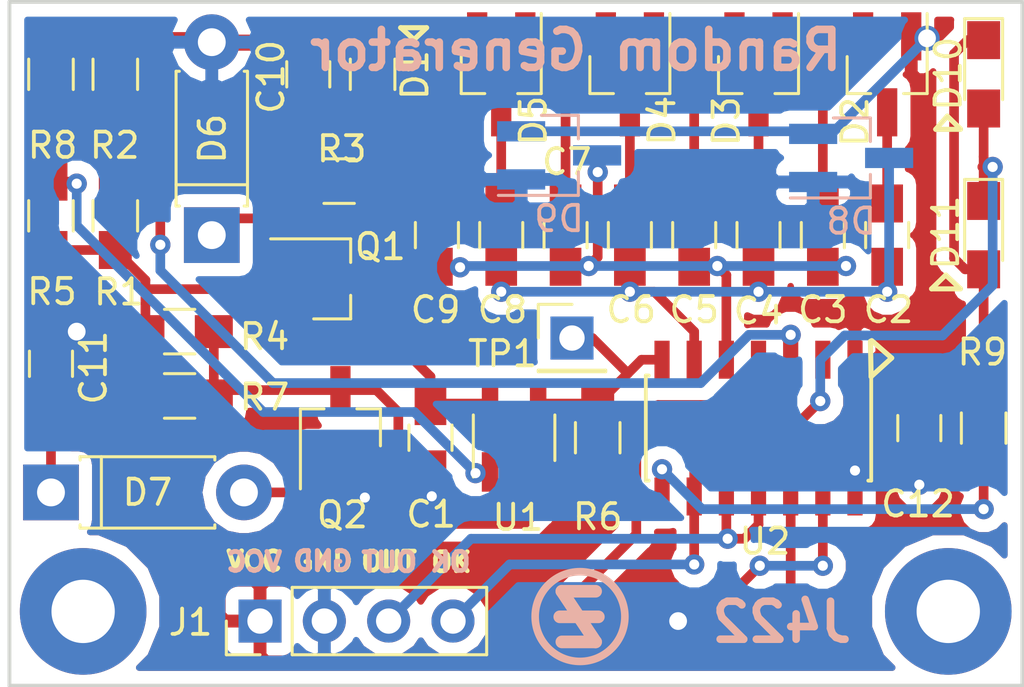
<source format=kicad_pcb>
(kicad_pcb (version 20171130) (host pcbnew "(5.0.2)-1")

  (general
    (thickness 1.6)
    (drawings 29)
    (tracks 213)
    (zones 0)
    (modules 41)
    (nets 29)
  )

  (page A4)
  (layers
    (0 F.Cu signal)
    (31 B.Cu signal)
    (32 B.Adhes user)
    (33 F.Adhes user)
    (34 B.Paste user)
    (35 F.Paste user)
    (36 B.SilkS user)
    (37 F.SilkS user)
    (38 B.Mask user)
    (39 F.Mask user)
    (40 Dwgs.User user)
    (41 Cmts.User user)
    (42 Eco1.User user)
    (43 Eco2.User user)
    (44 Edge.Cuts user)
    (45 Margin user)
    (46 B.CrtYd user)
    (47 F.CrtYd user)
    (48 B.Fab user)
    (49 F.Fab user)
  )

  (setup
    (last_trace_width 0.25)
    (user_trace_width 0.254)
    (user_trace_width 0.381)
    (user_trace_width 0.508)
    (user_trace_width 0.635)
    (user_trace_width 1.016)
    (user_trace_width 1.27)
    (trace_clearance 0.2)
    (zone_clearance 0.508)
    (zone_45_only no)
    (trace_min 0.2)
    (segment_width 0.2)
    (edge_width 0.15)
    (via_size 0.8)
    (via_drill 0.4)
    (via_min_size 0.4)
    (via_min_drill 0.3)
    (user_via 1 0.7)
    (uvia_size 0.3)
    (uvia_drill 0.1)
    (uvias_allowed no)
    (uvia_min_size 0.2)
    (uvia_min_drill 0.1)
    (pcb_text_width 0.3)
    (pcb_text_size 1.5 1.5)
    (mod_edge_width 0.15)
    (mod_text_size 1 1)
    (mod_text_width 0.15)
    (pad_size 1.524 1.524)
    (pad_drill 0.762)
    (pad_to_mask_clearance 0.051)
    (solder_mask_min_width 0.25)
    (aux_axis_origin 0 0)
    (visible_elements 7FFDFFFF)
    (pcbplotparams
      (layerselection 0x010f0_ffffffff)
      (usegerberextensions false)
      (usegerberattributes false)
      (usegerberadvancedattributes false)
      (creategerberjobfile false)
      (excludeedgelayer true)
      (linewidth 0.100000)
      (plotframeref false)
      (viasonmask false)
      (mode 1)
      (useauxorigin false)
      (hpglpennumber 1)
      (hpglpenspeed 20)
      (hpglpendiameter 15.000000)
      (psnegative false)
      (psa4output false)
      (plotreference true)
      (plotvalue true)
      (plotinvisibletext false)
      (padsonsilk false)
      (subtractmaskfromsilk false)
      (outputformat 1)
      (mirror false)
      (drillshape 0)
      (scaleselection 1)
      (outputdirectory ""))
  )

  (net 0 "")
  (net 1 GND)
  (net 2 "Net-(C1-Pad1)")
  (net 3 "Net-(C2-Pad1)")
  (net 4 PUMP_A)
  (net 5 "Net-(C3-Pad1)")
  (net 6 PUMP_B)
  (net 7 "Net-(C4-Pad1)")
  (net 8 "Net-(C5-Pad1)")
  (net 9 "Net-(C6-Pad1)")
  (net 10 "Net-(C7-Pad1)")
  (net 11 "Net-(C8-Pad1)")
  (net 12 "Net-(C9-Pad1)")
  (net 13 "Net-(C10-Pad1)")
  (net 14 "Net-(C11-Pad1)")
  (net 15 VCC)
  (net 16 "Net-(D6-Pad1)")
  (net 17 "Net-(D7-Pad2)")
  (net 18 ICSPDAT)
  (net 19 ICSPCLK)
  (net 20 -MCLR)
  (net 21 RAW)
  (net 22 "Net-(Q2-Pad3)")
  (net 23 B+)
  (net 24 "Net-(R5-Pad1)")
  (net 25 LED_A)
  (net 26 "Net-(D10-Pad1)")
  (net 27 RNG)
  (net 28 LED_B)

  (net_class Default "This is the default net class."
    (clearance 0.2)
    (trace_width 0.25)
    (via_dia 0.8)
    (via_drill 0.4)
    (uvia_dia 0.3)
    (uvia_drill 0.1)
    (add_net -MCLR)
    (add_net B+)
    (add_net GND)
    (add_net ICSPCLK)
    (add_net ICSPDAT)
    (add_net LED_A)
    (add_net LED_B)
    (add_net "Net-(C1-Pad1)")
    (add_net "Net-(C10-Pad1)")
    (add_net "Net-(C11-Pad1)")
    (add_net "Net-(C2-Pad1)")
    (add_net "Net-(C3-Pad1)")
    (add_net "Net-(C4-Pad1)")
    (add_net "Net-(C5-Pad1)")
    (add_net "Net-(C6-Pad1)")
    (add_net "Net-(C7-Pad1)")
    (add_net "Net-(C8-Pad1)")
    (add_net "Net-(C9-Pad1)")
    (add_net "Net-(D10-Pad1)")
    (add_net "Net-(D6-Pad1)")
    (add_net "Net-(D7-Pad2)")
    (add_net "Net-(Q2-Pad3)")
    (add_net "Net-(R5-Pad1)")
    (add_net PUMP_A)
    (add_net PUMP_B)
    (add_net RAW)
    (add_net RNG)
    (add_net VCC)
  )

  (module modules:POGO_5_PIN (layer F.Cu) (tedit 5CC02629) (tstamp 5CBFF693)
    (at 191.135 41.91)
    (path /5CD54106)
    (fp_text reference J2 (at -3.81 2.54) (layer F.SilkS) hide
      (effects (font (size 1 1) (thickness 0.15)))
    )
    (fp_text value ICSP (at 0 -0.5) (layer F.Fab)
      (effects (font (size 1 1) (thickness 0.15)))
    )
    (pad 5 smd circle (at 6.35 2.54) (size 1.7 1.7) (layers F.Cu F.Paste F.Mask)
      (net 19 ICSPCLK))
    (pad 4 smd circle (at 3.81 2.54) (size 1.7 1.7) (layers F.Cu F.Paste F.Mask)
      (net 18 ICSPDAT))
    (pad 3 smd circle (at 1.27 2.54) (size 1.7 1.7) (layers F.Cu F.Paste F.Mask)
      (net 1 GND))
    (pad 2 smd circle (at -1.27 2.54) (size 1.7 1.7) (layers F.Cu F.Paste F.Mask)
      (net 15 VCC))
    (pad 1 smd rect (at -3.81 2.54) (size 1.7 1.7) (layers F.Cu F.Paste F.Mask)
      (net 20 -MCLR))
  )

  (module Mounting_Holes:MountingHole_2.5mm_Pad (layer F.Cu) (tedit 5CC03641) (tstamp 5CC058AA)
    (at 203.073 44.069)
    (descr "Mounting Hole 2.5mm")
    (tags "mounting hole 2.5mm")
    (attr virtual)
    (fp_text reference REF** (at 0.254 0) (layer F.SilkS) hide
      (effects (font (size 1 1) (thickness 0.15)))
    )
    (fp_text value "" (at 0 3.5) (layer F.Fab) hide
      (effects (font (size 1 1) (thickness 0.15)))
    )
    (fp_circle (center 0 0) (end 2.75 0) (layer F.CrtYd) (width 0.05))
    (fp_circle (center 0 0) (end 2.5 0) (layer Cmts.User) (width 0.15))
    (fp_text user "" (at 0.3 0) (layer F.Fab)
      (effects (font (size 1 1) (thickness 0.15)))
    )
    (pad 1 thru_hole circle (at 0 0) (size 5 5) (drill 2.5) (layers *.Cu *.Mask))
  )

  (module Resistors_SMD:R_0805_HandSoldering (layer F.Cu) (tedit 5CC03244) (tstamp 5CBFF582)
    (at 180.34 22.86 90)
    (descr "Resistor SMD 0805, hand soldering")
    (tags "resistor 0805")
    (path /5CBF1847)
    (attr smd)
    (fp_text reference D1 (at -0.0254 1.6764 90) (layer F.SilkS)
      (effects (font (size 1 1) (thickness 0.15)))
    )
    (fp_text value BAS20 (at 0 1.75 90) (layer F.Fab)
      (effects (font (size 1 1) (thickness 0.15)))
    )
    (fp_text user %R (at 0 0 90) (layer F.Fab)
      (effects (font (size 0.5 0.5) (thickness 0.075)))
    )
    (fp_line (start -1 0.62) (end -1 -0.62) (layer F.Fab) (width 0.1))
    (fp_line (start 1 0.62) (end -1 0.62) (layer F.Fab) (width 0.1))
    (fp_line (start 1 -0.62) (end 1 0.62) (layer F.Fab) (width 0.1))
    (fp_line (start -1 -0.62) (end 1 -0.62) (layer F.Fab) (width 0.1))
    (fp_line (start 0.6 0.88) (end -0.6 0.88) (layer F.SilkS) (width 0.12))
    (fp_line (start -0.6 -0.88) (end 0.6 -0.88) (layer F.SilkS) (width 0.12))
    (fp_line (start -2.35 -0.9) (end 2.35 -0.9) (layer F.CrtYd) (width 0.05))
    (fp_line (start -2.35 -0.9) (end -2.35 0.9) (layer F.CrtYd) (width 0.05))
    (fp_line (start 2.35 0.9) (end 2.35 -0.9) (layer F.CrtYd) (width 0.05))
    (fp_line (start 2.35 0.9) (end -2.35 0.9) (layer F.CrtYd) (width 0.05))
    (pad 1 smd rect (at -1.35 0 90) (size 1.5 1.3) (layers F.Cu F.Paste F.Mask)
      (net 13 "Net-(C10-Pad1)"))
    (pad 2 smd rect (at 1.35 0 90) (size 1.5 1.3) (layers F.Cu F.Paste F.Mask)
      (net 12 "Net-(C9-Pad1)"))
    (model ${KISYS3DMOD}/Resistors_SMD.3dshapes/R_0805.wrl
      (at (xyz 0 0 0))
      (scale (xyz 1 1 1))
      (rotate (xyz 0 0 0))
    )
  )

  (module Capacitors_SMD:C_0805_HandSoldering (layer F.Cu) (tedit 5CC03187) (tstamp 5CBFF4B2)
    (at 182.626 37.211 270)
    (descr "Capacitor SMD 0805, hand soldering")
    (tags "capacitor 0805")
    (path /5BE3EB1D)
    (attr smd)
    (fp_text reference C1 (at 3.0226 -0.0254) (layer F.SilkS)
      (effects (font (size 1 1) (thickness 0.15)))
    )
    (fp_text value .1u (at 0 1.75 270) (layer F.Fab)
      (effects (font (size 1 1) (thickness 0.15)))
    )
    (fp_line (start 2.25 0.87) (end -2.25 0.87) (layer F.CrtYd) (width 0.05))
    (fp_line (start 2.25 0.87) (end 2.25 -0.88) (layer F.CrtYd) (width 0.05))
    (fp_line (start -2.25 -0.88) (end -2.25 0.87) (layer F.CrtYd) (width 0.05))
    (fp_line (start -2.25 -0.88) (end 2.25 -0.88) (layer F.CrtYd) (width 0.05))
    (fp_line (start -0.5 0.85) (end 0.5 0.85) (layer F.SilkS) (width 0.12))
    (fp_line (start 0.5 -0.85) (end -0.5 -0.85) (layer F.SilkS) (width 0.12))
    (fp_line (start -1 -0.62) (end 1 -0.62) (layer F.Fab) (width 0.1))
    (fp_line (start 1 -0.62) (end 1 0.62) (layer F.Fab) (width 0.1))
    (fp_line (start 1 0.62) (end -1 0.62) (layer F.Fab) (width 0.1))
    (fp_line (start -1 0.62) (end -1 -0.62) (layer F.Fab) (width 0.1))
    (fp_text user "" (at 0 -1.75 270) (layer F.Fab)
      (effects (font (size 1 1) (thickness 0.15)))
    )
    (pad 2 smd rect (at 1.25 0 270) (size 1.5 1.25) (layers F.Cu F.Paste F.Mask)
      (net 1 GND))
    (pad 1 smd rect (at -1.25 0 270) (size 1.5 1.25) (layers F.Cu F.Paste F.Mask)
      (net 2 "Net-(C1-Pad1)"))
    (model Capacitors_SMD.3dshapes/C_0805.wrl
      (at (xyz 0 0 0))
      (scale (xyz 1 1 1))
      (rotate (xyz 0 0 0))
    )
  )

  (module Capacitors_SMD:C_0805_HandSoldering (layer F.Cu) (tedit 5CC030A4) (tstamp 5CBFF4C3)
    (at 200.66 29.21 270)
    (descr "Capacitor SMD 0805, hand soldering")
    (tags "capacitor 0805")
    (path /5CBEDAC0)
    (attr smd)
    (fp_text reference C2 (at 2.9464 -0.0508) (layer F.SilkS)
      (effects (font (size 1 1) (thickness 0.15)))
    )
    (fp_text value 1u (at 0 1.75 270) (layer F.Fab)
      (effects (font (size 1 1) (thickness 0.15)))
    )
    (fp_text user "" (at 3.2004 0 270) (layer F.Fab)
      (effects (font (size 1 1) (thickness 0.15)))
    )
    (fp_line (start -1 0.62) (end -1 -0.62) (layer F.Fab) (width 0.1))
    (fp_line (start 1 0.62) (end -1 0.62) (layer F.Fab) (width 0.1))
    (fp_line (start 1 -0.62) (end 1 0.62) (layer F.Fab) (width 0.1))
    (fp_line (start -1 -0.62) (end 1 -0.62) (layer F.Fab) (width 0.1))
    (fp_line (start 0.5 -0.85) (end -0.5 -0.85) (layer F.SilkS) (width 0.12))
    (fp_line (start -0.5 0.85) (end 0.5 0.85) (layer F.SilkS) (width 0.12))
    (fp_line (start -2.25 -0.88) (end 2.25 -0.88) (layer F.CrtYd) (width 0.05))
    (fp_line (start -2.25 -0.88) (end -2.25 0.87) (layer F.CrtYd) (width 0.05))
    (fp_line (start 2.25 0.87) (end 2.25 -0.88) (layer F.CrtYd) (width 0.05))
    (fp_line (start 2.25 0.87) (end -2.25 0.87) (layer F.CrtYd) (width 0.05))
    (pad 1 smd rect (at -1.25 0 270) (size 1.5 1.25) (layers F.Cu F.Paste F.Mask)
      (net 3 "Net-(C2-Pad1)"))
    (pad 2 smd rect (at 1.25 0 270) (size 1.5 1.25) (layers F.Cu F.Paste F.Mask)
      (net 4 PUMP_A))
    (model Capacitors_SMD.3dshapes/C_0805.wrl
      (at (xyz 0 0 0))
      (scale (xyz 1 1 1))
      (rotate (xyz 0 0 0))
    )
  )

  (module Capacitors_SMD:C_0805_HandSoldering (layer F.Cu) (tedit 5CC030A0) (tstamp 5CBFF4D4)
    (at 198.12 29.21 270)
    (descr "Capacitor SMD 0805, hand soldering")
    (tags "capacitor 0805")
    (path /5CBEDAC6)
    (attr smd)
    (fp_text reference C3 (at 2.9464 0) (layer F.SilkS)
      (effects (font (size 1 1) (thickness 0.15)))
    )
    (fp_text value 1u (at 0 1.75 270) (layer F.Fab)
      (effects (font (size 1 1) (thickness 0.15)))
    )
    (fp_text user "" (at 0 -1.75 270) (layer F.Fab)
      (effects (font (size 1 1) (thickness 0.15)))
    )
    (fp_line (start -1 0.62) (end -1 -0.62) (layer F.Fab) (width 0.1))
    (fp_line (start 1 0.62) (end -1 0.62) (layer F.Fab) (width 0.1))
    (fp_line (start 1 -0.62) (end 1 0.62) (layer F.Fab) (width 0.1))
    (fp_line (start -1 -0.62) (end 1 -0.62) (layer F.Fab) (width 0.1))
    (fp_line (start 0.5 -0.85) (end -0.5 -0.85) (layer F.SilkS) (width 0.12))
    (fp_line (start -0.5 0.85) (end 0.5 0.85) (layer F.SilkS) (width 0.12))
    (fp_line (start -2.25 -0.88) (end 2.25 -0.88) (layer F.CrtYd) (width 0.05))
    (fp_line (start -2.25 -0.88) (end -2.25 0.87) (layer F.CrtYd) (width 0.05))
    (fp_line (start 2.25 0.87) (end 2.25 -0.88) (layer F.CrtYd) (width 0.05))
    (fp_line (start 2.25 0.87) (end -2.25 0.87) (layer F.CrtYd) (width 0.05))
    (pad 1 smd rect (at -1.25 0 270) (size 1.5 1.25) (layers F.Cu F.Paste F.Mask)
      (net 5 "Net-(C3-Pad1)"))
    (pad 2 smd rect (at 1.25 0 270) (size 1.5 1.25) (layers F.Cu F.Paste F.Mask)
      (net 6 PUMP_B))
    (model Capacitors_SMD.3dshapes/C_0805.wrl
      (at (xyz 0 0 0))
      (scale (xyz 1 1 1))
      (rotate (xyz 0 0 0))
    )
  )

  (module Capacitors_SMD:C_0805_HandSoldering (layer F.Cu) (tedit 5CC030B2) (tstamp 5CBFF4E5)
    (at 195.58 29.21 270)
    (descr "Capacitor SMD 0805, hand soldering")
    (tags "capacitor 0805")
    (path /5CBEDACC)
    (attr smd)
    (fp_text reference C4 (at 2.9972 0 180) (layer F.SilkS)
      (effects (font (size 1 1) (thickness 0.15)))
    )
    (fp_text value 1u (at 0 1.75 270) (layer F.Fab)
      (effects (font (size 1 1) (thickness 0.15)))
    )
    (fp_text user "" (at 3.0988 -0.0508 270) (layer F.Fab)
      (effects (font (size 1 1) (thickness 0.15)))
    )
    (fp_line (start -1 0.62) (end -1 -0.62) (layer F.Fab) (width 0.1))
    (fp_line (start 1 0.62) (end -1 0.62) (layer F.Fab) (width 0.1))
    (fp_line (start 1 -0.62) (end 1 0.62) (layer F.Fab) (width 0.1))
    (fp_line (start -1 -0.62) (end 1 -0.62) (layer F.Fab) (width 0.1))
    (fp_line (start 0.5 -0.85) (end -0.5 -0.85) (layer F.SilkS) (width 0.12))
    (fp_line (start -0.5 0.85) (end 0.5 0.85) (layer F.SilkS) (width 0.12))
    (fp_line (start -2.25 -0.88) (end 2.25 -0.88) (layer F.CrtYd) (width 0.05))
    (fp_line (start -2.25 -0.88) (end -2.25 0.87) (layer F.CrtYd) (width 0.05))
    (fp_line (start 2.25 0.87) (end 2.25 -0.88) (layer F.CrtYd) (width 0.05))
    (fp_line (start 2.25 0.87) (end -2.25 0.87) (layer F.CrtYd) (width 0.05))
    (pad 1 smd rect (at -1.25 0 270) (size 1.5 1.25) (layers F.Cu F.Paste F.Mask)
      (net 7 "Net-(C4-Pad1)"))
    (pad 2 smd rect (at 1.25 0 270) (size 1.5 1.25) (layers F.Cu F.Paste F.Mask)
      (net 4 PUMP_A))
    (model Capacitors_SMD.3dshapes/C_0805.wrl
      (at (xyz 0 0 0))
      (scale (xyz 1 1 1))
      (rotate (xyz 0 0 0))
    )
  )

  (module Capacitors_SMD:C_0805_HandSoldering (layer F.Cu) (tedit 5CC030C8) (tstamp 5CBFF4F6)
    (at 193.04 29.21 270)
    (descr "Capacitor SMD 0805, hand soldering")
    (tags "capacitor 0805")
    (path /5CBEDAD2)
    (attr smd)
    (fp_text reference C5 (at 2.9464 0) (layer F.SilkS)
      (effects (font (size 1 1) (thickness 0.15)))
    )
    (fp_text value 1u (at 0 1.75 270) (layer F.Fab)
      (effects (font (size 1 1) (thickness 0.15)))
    )
    (fp_line (start 2.25 0.87) (end -2.25 0.87) (layer F.CrtYd) (width 0.05))
    (fp_line (start 2.25 0.87) (end 2.25 -0.88) (layer F.CrtYd) (width 0.05))
    (fp_line (start -2.25 -0.88) (end -2.25 0.87) (layer F.CrtYd) (width 0.05))
    (fp_line (start -2.25 -0.88) (end 2.25 -0.88) (layer F.CrtYd) (width 0.05))
    (fp_line (start -0.5 0.85) (end 0.5 0.85) (layer F.SilkS) (width 0.12))
    (fp_line (start 0.5 -0.85) (end -0.5 -0.85) (layer F.SilkS) (width 0.12))
    (fp_line (start -1 -0.62) (end 1 -0.62) (layer F.Fab) (width 0.1))
    (fp_line (start 1 -0.62) (end 1 0.62) (layer F.Fab) (width 0.1))
    (fp_line (start 1 0.62) (end -1 0.62) (layer F.Fab) (width 0.1))
    (fp_line (start -1 0.62) (end -1 -0.62) (layer F.Fab) (width 0.1))
    (fp_text user "" (at 0 -1.75 270) (layer F.Fab)
      (effects (font (size 1 1) (thickness 0.15)))
    )
    (pad 2 smd rect (at 1.25 0 270) (size 1.5 1.25) (layers F.Cu F.Paste F.Mask)
      (net 6 PUMP_B))
    (pad 1 smd rect (at -1.25 0 270) (size 1.5 1.25) (layers F.Cu F.Paste F.Mask)
      (net 8 "Net-(C5-Pad1)"))
    (model Capacitors_SMD.3dshapes/C_0805.wrl
      (at (xyz 0 0 0))
      (scale (xyz 1 1 1))
      (rotate (xyz 0 0 0))
    )
  )

  (module Capacitors_SMD:C_0805_HandSoldering (layer F.Cu) (tedit 5CC030C4) (tstamp 5CBFF507)
    (at 190.5 29.21 270)
    (descr "Capacitor SMD 0805, hand soldering")
    (tags "capacitor 0805")
    (path /5CBEDAD8)
    (attr smd)
    (fp_text reference C6 (at 2.9464 -0.0508) (layer F.SilkS)
      (effects (font (size 1 1) (thickness 0.15)))
    )
    (fp_text value 1u (at 0 1.75 270) (layer F.Fab)
      (effects (font (size 1 1) (thickness 0.15)))
    )
    (fp_text user "" (at 0 -1.75 270) (layer F.Fab)
      (effects (font (size 1 1) (thickness 0.15)))
    )
    (fp_line (start -1 0.62) (end -1 -0.62) (layer F.Fab) (width 0.1))
    (fp_line (start 1 0.62) (end -1 0.62) (layer F.Fab) (width 0.1))
    (fp_line (start 1 -0.62) (end 1 0.62) (layer F.Fab) (width 0.1))
    (fp_line (start -1 -0.62) (end 1 -0.62) (layer F.Fab) (width 0.1))
    (fp_line (start 0.5 -0.85) (end -0.5 -0.85) (layer F.SilkS) (width 0.12))
    (fp_line (start -0.5 0.85) (end 0.5 0.85) (layer F.SilkS) (width 0.12))
    (fp_line (start -2.25 -0.88) (end 2.25 -0.88) (layer F.CrtYd) (width 0.05))
    (fp_line (start -2.25 -0.88) (end -2.25 0.87) (layer F.CrtYd) (width 0.05))
    (fp_line (start 2.25 0.87) (end 2.25 -0.88) (layer F.CrtYd) (width 0.05))
    (fp_line (start 2.25 0.87) (end -2.25 0.87) (layer F.CrtYd) (width 0.05))
    (pad 1 smd rect (at -1.25 0 270) (size 1.5 1.25) (layers F.Cu F.Paste F.Mask)
      (net 9 "Net-(C6-Pad1)"))
    (pad 2 smd rect (at 1.25 0 270) (size 1.5 1.25) (layers F.Cu F.Paste F.Mask)
      (net 4 PUMP_A))
    (model Capacitors_SMD.3dshapes/C_0805.wrl
      (at (xyz 0 0 0))
      (scale (xyz 1 1 1))
      (rotate (xyz 0 0 0))
    )
  )

  (module Capacitors_SMD:C_0805_HandSoldering (layer F.Cu) (tedit 5CC030EF) (tstamp 5CBFF518)
    (at 187.96 29.21 270)
    (descr "Capacitor SMD 0805, hand soldering")
    (tags "capacitor 0805")
    (path /5CBEDAE6)
    (attr smd)
    (fp_text reference C7 (at -2.8956 -0.0508) (layer F.SilkS)
      (effects (font (size 1 1) (thickness 0.15)))
    )
    (fp_text value 1u (at 0 1.75 270) (layer F.Fab)
      (effects (font (size 1 1) (thickness 0.15)))
    )
    (fp_line (start 2.25 0.87) (end -2.25 0.87) (layer F.CrtYd) (width 0.05))
    (fp_line (start 2.25 0.87) (end 2.25 -0.88) (layer F.CrtYd) (width 0.05))
    (fp_line (start -2.25 -0.88) (end -2.25 0.87) (layer F.CrtYd) (width 0.05))
    (fp_line (start -2.25 -0.88) (end 2.25 -0.88) (layer F.CrtYd) (width 0.05))
    (fp_line (start -0.5 0.85) (end 0.5 0.85) (layer F.SilkS) (width 0.12))
    (fp_line (start 0.5 -0.85) (end -0.5 -0.85) (layer F.SilkS) (width 0.12))
    (fp_line (start -1 -0.62) (end 1 -0.62) (layer F.Fab) (width 0.1))
    (fp_line (start 1 -0.62) (end 1 0.62) (layer F.Fab) (width 0.1))
    (fp_line (start 1 0.62) (end -1 0.62) (layer F.Fab) (width 0.1))
    (fp_line (start -1 0.62) (end -1 -0.62) (layer F.Fab) (width 0.1))
    (fp_text user "" (at 0 -1.75 270) (layer F.Fab)
      (effects (font (size 1 1) (thickness 0.15)))
    )
    (pad 2 smd rect (at 1.25 0 270) (size 1.5 1.25) (layers F.Cu F.Paste F.Mask)
      (net 6 PUMP_B))
    (pad 1 smd rect (at -1.25 0 270) (size 1.5 1.25) (layers F.Cu F.Paste F.Mask)
      (net 10 "Net-(C7-Pad1)"))
    (model Capacitors_SMD.3dshapes/C_0805.wrl
      (at (xyz 0 0 0))
      (scale (xyz 1 1 1))
      (rotate (xyz 0 0 0))
    )
  )

  (module Capacitors_SMD:C_0805_HandSoldering (layer F.Cu) (tedit 5CC030DC) (tstamp 5CBFF529)
    (at 185.42 29.21 270)
    (descr "Capacitor SMD 0805, hand soldering")
    (tags "capacitor 0805")
    (path /5CBEDAEC)
    (attr smd)
    (fp_text reference C8 (at 2.9464 -0.0508) (layer F.SilkS)
      (effects (font (size 1 1) (thickness 0.15)))
    )
    (fp_text value 1u (at 0 1.75 270) (layer F.Fab)
      (effects (font (size 1 1) (thickness 0.15)))
    )
    (fp_text user "" (at 0 -1.75 270) (layer F.Fab)
      (effects (font (size 1 1) (thickness 0.15)))
    )
    (fp_line (start -1 0.62) (end -1 -0.62) (layer F.Fab) (width 0.1))
    (fp_line (start 1 0.62) (end -1 0.62) (layer F.Fab) (width 0.1))
    (fp_line (start 1 -0.62) (end 1 0.62) (layer F.Fab) (width 0.1))
    (fp_line (start -1 -0.62) (end 1 -0.62) (layer F.Fab) (width 0.1))
    (fp_line (start 0.5 -0.85) (end -0.5 -0.85) (layer F.SilkS) (width 0.12))
    (fp_line (start -0.5 0.85) (end 0.5 0.85) (layer F.SilkS) (width 0.12))
    (fp_line (start -2.25 -0.88) (end 2.25 -0.88) (layer F.CrtYd) (width 0.05))
    (fp_line (start -2.25 -0.88) (end -2.25 0.87) (layer F.CrtYd) (width 0.05))
    (fp_line (start 2.25 0.87) (end 2.25 -0.88) (layer F.CrtYd) (width 0.05))
    (fp_line (start 2.25 0.87) (end -2.25 0.87) (layer F.CrtYd) (width 0.05))
    (pad 1 smd rect (at -1.25 0 270) (size 1.5 1.25) (layers F.Cu F.Paste F.Mask)
      (net 11 "Net-(C8-Pad1)"))
    (pad 2 smd rect (at 1.25 0 270) (size 1.5 1.25) (layers F.Cu F.Paste F.Mask)
      (net 4 PUMP_A))
    (model Capacitors_SMD.3dshapes/C_0805.wrl
      (at (xyz 0 0 0))
      (scale (xyz 1 1 1))
      (rotate (xyz 0 0 0))
    )
  )

  (module Capacitors_SMD:C_0805_HandSoldering (layer F.Cu) (tedit 5CC030D7) (tstamp 5CBFF53A)
    (at 182.88 29.21 270)
    (descr "Capacitor SMD 0805, hand soldering")
    (tags "capacitor 0805")
    (path /5CBEDAF2)
    (attr smd)
    (fp_text reference C9 (at 2.9464 0.0508) (layer F.SilkS)
      (effects (font (size 1 1) (thickness 0.15)))
    )
    (fp_text value 1u (at 0 1.75 270) (layer F.Fab)
      (effects (font (size 1 1) (thickness 0.15)))
    )
    (fp_line (start 2.25 0.87) (end -2.25 0.87) (layer F.CrtYd) (width 0.05))
    (fp_line (start 2.25 0.87) (end 2.25 -0.88) (layer F.CrtYd) (width 0.05))
    (fp_line (start -2.25 -0.88) (end -2.25 0.87) (layer F.CrtYd) (width 0.05))
    (fp_line (start -2.25 -0.88) (end 2.25 -0.88) (layer F.CrtYd) (width 0.05))
    (fp_line (start -0.5 0.85) (end 0.5 0.85) (layer F.SilkS) (width 0.12))
    (fp_line (start 0.5 -0.85) (end -0.5 -0.85) (layer F.SilkS) (width 0.12))
    (fp_line (start -1 -0.62) (end 1 -0.62) (layer F.Fab) (width 0.1))
    (fp_line (start 1 -0.62) (end 1 0.62) (layer F.Fab) (width 0.1))
    (fp_line (start 1 0.62) (end -1 0.62) (layer F.Fab) (width 0.1))
    (fp_line (start -1 0.62) (end -1 -0.62) (layer F.Fab) (width 0.1))
    (fp_text user "" (at 0 -1.75 270) (layer F.Fab)
      (effects (font (size 1 1) (thickness 0.15)))
    )
    (pad 2 smd rect (at 1.25 0 270) (size 1.5 1.25) (layers F.Cu F.Paste F.Mask)
      (net 6 PUMP_B))
    (pad 1 smd rect (at -1.25 0 270) (size 1.5 1.25) (layers F.Cu F.Paste F.Mask)
      (net 12 "Net-(C9-Pad1)"))
    (model Capacitors_SMD.3dshapes/C_0805.wrl
      (at (xyz 0 0 0))
      (scale (xyz 1 1 1))
      (rotate (xyz 0 0 0))
    )
  )

  (module Capacitors_SMD:C_0805_HandSoldering (layer F.Cu) (tedit 5CC03246) (tstamp 5CBFF54B)
    (at 177.8 22.86 90)
    (descr "Capacitor SMD 0805, hand soldering")
    (tags "capacitor 0805")
    (path /5CBF2E0C)
    (attr smd)
    (fp_text reference C10 (at -0.1016 -1.4732 90) (layer F.SilkS)
      (effects (font (size 1 1) (thickness 0.15)))
    )
    (fp_text value 1u (at 0 1.75 90) (layer F.Fab)
      (effects (font (size 1 1) (thickness 0.15)))
    )
    (fp_text user "" (at 0 -1.75 90) (layer F.Fab)
      (effects (font (size 1 1) (thickness 0.15)))
    )
    (fp_line (start -1 0.62) (end -1 -0.62) (layer F.Fab) (width 0.1))
    (fp_line (start 1 0.62) (end -1 0.62) (layer F.Fab) (width 0.1))
    (fp_line (start 1 -0.62) (end 1 0.62) (layer F.Fab) (width 0.1))
    (fp_line (start -1 -0.62) (end 1 -0.62) (layer F.Fab) (width 0.1))
    (fp_line (start 0.5 -0.85) (end -0.5 -0.85) (layer F.SilkS) (width 0.12))
    (fp_line (start -0.5 0.85) (end 0.5 0.85) (layer F.SilkS) (width 0.12))
    (fp_line (start -2.25 -0.88) (end 2.25 -0.88) (layer F.CrtYd) (width 0.05))
    (fp_line (start -2.25 -0.88) (end -2.25 0.87) (layer F.CrtYd) (width 0.05))
    (fp_line (start 2.25 0.87) (end 2.25 -0.88) (layer F.CrtYd) (width 0.05))
    (fp_line (start 2.25 0.87) (end -2.25 0.87) (layer F.CrtYd) (width 0.05))
    (pad 1 smd rect (at -1.25 0 90) (size 1.5 1.25) (layers F.Cu F.Paste F.Mask)
      (net 13 "Net-(C10-Pad1)"))
    (pad 2 smd rect (at 1.25 0 90) (size 1.5 1.25) (layers F.Cu F.Paste F.Mask)
      (net 1 GND))
    (model Capacitors_SMD.3dshapes/C_0805.wrl
      (at (xyz 0 0 0))
      (scale (xyz 1 1 1))
      (rotate (xyz 0 0 0))
    )
  )

  (module Capacitors_SMD:C_0805_HandSoldering (layer F.Cu) (tedit 5CC0327A) (tstamp 5CBFF55C)
    (at 167.64 34.29 90)
    (descr "Capacitor SMD 0805, hand soldering")
    (tags "capacitor 0805")
    (path /5BDE1924)
    (attr smd)
    (fp_text reference C11 (at -0.1524 1.6764 90) (layer F.SilkS)
      (effects (font (size 1 1) (thickness 0.15)))
    )
    (fp_text value 1u (at 0 1.75 90) (layer F.Fab)
      (effects (font (size 1 1) (thickness 0.15)))
    )
    (fp_line (start 2.25 0.87) (end -2.25 0.87) (layer F.CrtYd) (width 0.05))
    (fp_line (start 2.25 0.87) (end 2.25 -0.88) (layer F.CrtYd) (width 0.05))
    (fp_line (start -2.25 -0.88) (end -2.25 0.87) (layer F.CrtYd) (width 0.05))
    (fp_line (start -2.25 -0.88) (end 2.25 -0.88) (layer F.CrtYd) (width 0.05))
    (fp_line (start -0.5 0.85) (end 0.5 0.85) (layer F.SilkS) (width 0.12))
    (fp_line (start 0.5 -0.85) (end -0.5 -0.85) (layer F.SilkS) (width 0.12))
    (fp_line (start -1 -0.62) (end 1 -0.62) (layer F.Fab) (width 0.1))
    (fp_line (start 1 -0.62) (end 1 0.62) (layer F.Fab) (width 0.1))
    (fp_line (start 1 0.62) (end -1 0.62) (layer F.Fab) (width 0.1))
    (fp_line (start -1 0.62) (end -1 -0.62) (layer F.Fab) (width 0.1))
    (fp_text user "" (at 0 -1.75 90) (layer F.Fab)
      (effects (font (size 1 1) (thickness 0.15)))
    )
    (pad 2 smd rect (at 1.25 0 90) (size 1.5 1.25) (layers F.Cu F.Paste F.Mask)
      (net 1 GND))
    (pad 1 smd rect (at -1.25 0 90) (size 1.5 1.25) (layers F.Cu F.Paste F.Mask)
      (net 14 "Net-(C11-Pad1)"))
    (model Capacitors_SMD.3dshapes/C_0805.wrl
      (at (xyz 0 0 0))
      (scale (xyz 1 1 1))
      (rotate (xyz 0 0 0))
    )
  )

  (module Capacitors_SMD:C_0805_HandSoldering (layer F.Cu) (tedit 5CC0314B) (tstamp 5CBFF56D)
    (at 201.93 36.83 90)
    (descr "Capacitor SMD 0805, hand soldering")
    (tags "capacitor 0805")
    (path /5CC020D8)
    (attr smd)
    (fp_text reference C12 (at -2.9972 -0.0508 180) (layer F.SilkS)
      (effects (font (size 1 1) (thickness 0.15)))
    )
    (fp_text value .1u (at 0 1.75 90) (layer F.Fab)
      (effects (font (size 1 1) (thickness 0.15)))
    )
    (fp_line (start 2.25 0.87) (end -2.25 0.87) (layer F.CrtYd) (width 0.05))
    (fp_line (start 2.25 0.87) (end 2.25 -0.88) (layer F.CrtYd) (width 0.05))
    (fp_line (start -2.25 -0.88) (end -2.25 0.87) (layer F.CrtYd) (width 0.05))
    (fp_line (start -2.25 -0.88) (end 2.25 -0.88) (layer F.CrtYd) (width 0.05))
    (fp_line (start -0.5 0.85) (end 0.5 0.85) (layer F.SilkS) (width 0.12))
    (fp_line (start 0.5 -0.85) (end -0.5 -0.85) (layer F.SilkS) (width 0.12))
    (fp_line (start -1 -0.62) (end 1 -0.62) (layer F.Fab) (width 0.1))
    (fp_line (start 1 -0.62) (end 1 0.62) (layer F.Fab) (width 0.1))
    (fp_line (start 1 0.62) (end -1 0.62) (layer F.Fab) (width 0.1))
    (fp_line (start -1 0.62) (end -1 -0.62) (layer F.Fab) (width 0.1))
    (fp_text user "" (at 0 -1.75 90) (layer F.Fab)
      (effects (font (size 1 1) (thickness 0.15)))
    )
    (pad 2 smd rect (at 1.25 0 90) (size 1.5 1.25) (layers F.Cu F.Paste F.Mask)
      (net 15 VCC))
    (pad 1 smd rect (at -1.25 0 90) (size 1.5 1.25) (layers F.Cu F.Paste F.Mask)
      (net 1 GND))
    (model Capacitors_SMD.3dshapes/C_0805.wrl
      (at (xyz 0 0 0))
      (scale (xyz 1 1 1))
      (rotate (xyz 0 0 0))
    )
  )

  (module TO_SOT_Packages_SMD:SOT-23_Handsoldering (layer F.Cu) (tedit 5CC031E5) (tstamp 5CBFF597)
    (at 200.66 22.86 270)
    (descr "SOT-23, Handsoldering")
    (tags SOT-23)
    (path /5CBEC5C2)
    (attr smd)
    (fp_text reference D2 (at 1.8796 1.27 270) (layer F.SilkS)
      (effects (font (size 1 1) (thickness 0.15)))
    )
    (fp_text value BAS40 (at 0 2.5 270) (layer F.Fab)
      (effects (font (size 1 1) (thickness 0.15)))
    )
    (fp_text user %R (at 0 0) (layer F.Fab)
      (effects (font (size 0.5 0.5) (thickness 0.075)))
    )
    (fp_line (start 0.76 1.58) (end 0.76 0.65) (layer F.SilkS) (width 0.12))
    (fp_line (start 0.76 -1.58) (end 0.76 -0.65) (layer F.SilkS) (width 0.12))
    (fp_line (start -2.7 -1.75) (end 2.7 -1.75) (layer F.CrtYd) (width 0.05))
    (fp_line (start 2.7 -1.75) (end 2.7 1.75) (layer F.CrtYd) (width 0.05))
    (fp_line (start 2.7 1.75) (end -2.7 1.75) (layer F.CrtYd) (width 0.05))
    (fp_line (start -2.7 1.75) (end -2.7 -1.75) (layer F.CrtYd) (width 0.05))
    (fp_line (start 0.76 -1.58) (end -2.4 -1.58) (layer F.SilkS) (width 0.12))
    (fp_line (start -0.7 -0.95) (end -0.7 1.5) (layer F.Fab) (width 0.1))
    (fp_line (start -0.15 -1.52) (end 0.7 -1.52) (layer F.Fab) (width 0.1))
    (fp_line (start -0.7 -0.95) (end -0.15 -1.52) (layer F.Fab) (width 0.1))
    (fp_line (start 0.7 -1.52) (end 0.7 1.52) (layer F.Fab) (width 0.1))
    (fp_line (start -0.7 1.52) (end 0.7 1.52) (layer F.Fab) (width 0.1))
    (fp_line (start 0.76 1.58) (end -0.7 1.58) (layer F.SilkS) (width 0.12))
    (pad 1 smd rect (at -1.5 -0.95 270) (size 1.9 0.8) (layers F.Cu F.Paste F.Mask)
      (net 15 VCC))
    (pad 2 smd rect (at -1.5 0.95 270) (size 1.9 0.8) (layers F.Cu F.Paste F.Mask)
      (net 5 "Net-(C3-Pad1)"))
    (pad 3 smd rect (at 1.5 0 270) (size 1.9 0.8) (layers F.Cu F.Paste F.Mask)
      (net 3 "Net-(C2-Pad1)"))
    (model ${KISYS3DMOD}/TO_SOT_Packages_SMD.3dshapes\SOT-23.wrl
      (at (xyz 0 0 0))
      (scale (xyz 1 1 1))
      (rotate (xyz 0 0 0))
    )
  )

  (module TO_SOT_Packages_SMD:SOT-23_Handsoldering (layer F.Cu) (tedit 5CC031E9) (tstamp 5CBFF5AC)
    (at 195.58 22.86 270)
    (descr "SOT-23, Handsoldering")
    (tags SOT-23)
    (path /5CBEC7AA)
    (attr smd)
    (fp_text reference D3 (at 1.8542 1.27 270) (layer F.SilkS)
      (effects (font (size 1 1) (thickness 0.15)))
    )
    (fp_text value BAS40 (at 0 2.5 270) (layer F.Fab)
      (effects (font (size 1 1) (thickness 0.15)))
    )
    (fp_line (start 0.76 1.58) (end -0.7 1.58) (layer F.SilkS) (width 0.12))
    (fp_line (start -0.7 1.52) (end 0.7 1.52) (layer F.Fab) (width 0.1))
    (fp_line (start 0.7 -1.52) (end 0.7 1.52) (layer F.Fab) (width 0.1))
    (fp_line (start -0.7 -0.95) (end -0.15 -1.52) (layer F.Fab) (width 0.1))
    (fp_line (start -0.15 -1.52) (end 0.7 -1.52) (layer F.Fab) (width 0.1))
    (fp_line (start -0.7 -0.95) (end -0.7 1.5) (layer F.Fab) (width 0.1))
    (fp_line (start 0.76 -1.58) (end -2.4 -1.58) (layer F.SilkS) (width 0.12))
    (fp_line (start -2.7 1.75) (end -2.7 -1.75) (layer F.CrtYd) (width 0.05))
    (fp_line (start 2.7 1.75) (end -2.7 1.75) (layer F.CrtYd) (width 0.05))
    (fp_line (start 2.7 -1.75) (end 2.7 1.75) (layer F.CrtYd) (width 0.05))
    (fp_line (start -2.7 -1.75) (end 2.7 -1.75) (layer F.CrtYd) (width 0.05))
    (fp_line (start 0.76 -1.58) (end 0.76 -0.65) (layer F.SilkS) (width 0.12))
    (fp_line (start 0.76 1.58) (end 0.76 0.65) (layer F.SilkS) (width 0.12))
    (fp_text user %R (at 0 0) (layer F.Fab)
      (effects (font (size 0.5 0.5) (thickness 0.075)))
    )
    (pad 3 smd rect (at 1.5 0 270) (size 1.9 0.8) (layers F.Cu F.Paste F.Mask)
      (net 7 "Net-(C4-Pad1)"))
    (pad 2 smd rect (at -1.5 0.95 270) (size 1.9 0.8) (layers F.Cu F.Paste F.Mask)
      (net 8 "Net-(C5-Pad1)"))
    (pad 1 smd rect (at -1.5 -0.95 270) (size 1.9 0.8) (layers F.Cu F.Paste F.Mask)
      (net 5 "Net-(C3-Pad1)"))
    (model ${KISYS3DMOD}/TO_SOT_Packages_SMD.3dshapes\SOT-23.wrl
      (at (xyz 0 0 0))
      (scale (xyz 1 1 1))
      (rotate (xyz 0 0 0))
    )
  )

  (module TO_SOT_Packages_SMD:SOT-23_Handsoldering (layer F.Cu) (tedit 5CC0312C) (tstamp 5CBFF5C1)
    (at 190.5 22.86 270)
    (descr "SOT-23, Handsoldering")
    (tags SOT-23)
    (path /5CBEC82C)
    (attr smd)
    (fp_text reference D4 (at 1.8288 -1.27 270) (layer F.SilkS)
      (effects (font (size 1 1) (thickness 0.15)))
    )
    (fp_text value BAS40 (at 0 2.5 270) (layer F.Fab)
      (effects (font (size 1 1) (thickness 0.15)))
    )
    (fp_text user %R (at 0 0) (layer F.Fab)
      (effects (font (size 0.5 0.5) (thickness 0.075)))
    )
    (fp_line (start 0.76 1.58) (end 0.76 0.65) (layer F.SilkS) (width 0.12))
    (fp_line (start 0.76 -1.58) (end 0.76 -0.65) (layer F.SilkS) (width 0.12))
    (fp_line (start -2.7 -1.75) (end 2.7 -1.75) (layer F.CrtYd) (width 0.05))
    (fp_line (start 2.7 -1.75) (end 2.7 1.75) (layer F.CrtYd) (width 0.05))
    (fp_line (start 2.7 1.75) (end -2.7 1.75) (layer F.CrtYd) (width 0.05))
    (fp_line (start -2.7 1.75) (end -2.7 -1.75) (layer F.CrtYd) (width 0.05))
    (fp_line (start 0.76 -1.58) (end -2.4 -1.58) (layer F.SilkS) (width 0.12))
    (fp_line (start -0.7 -0.95) (end -0.7 1.5) (layer F.Fab) (width 0.1))
    (fp_line (start -0.15 -1.52) (end 0.7 -1.52) (layer F.Fab) (width 0.1))
    (fp_line (start -0.7 -0.95) (end -0.15 -1.52) (layer F.Fab) (width 0.1))
    (fp_line (start 0.7 -1.52) (end 0.7 1.52) (layer F.Fab) (width 0.1))
    (fp_line (start -0.7 1.52) (end 0.7 1.52) (layer F.Fab) (width 0.1))
    (fp_line (start 0.76 1.58) (end -0.7 1.58) (layer F.SilkS) (width 0.12))
    (pad 1 smd rect (at -1.5 -0.95 270) (size 1.9 0.8) (layers F.Cu F.Paste F.Mask)
      (net 8 "Net-(C5-Pad1)"))
    (pad 2 smd rect (at -1.5 0.95 270) (size 1.9 0.8) (layers F.Cu F.Paste F.Mask)
      (net 10 "Net-(C7-Pad1)"))
    (pad 3 smd rect (at 1.5 0 270) (size 1.9 0.8) (layers F.Cu F.Paste F.Mask)
      (net 9 "Net-(C6-Pad1)"))
    (model ${KISYS3DMOD}/TO_SOT_Packages_SMD.3dshapes\SOT-23.wrl
      (at (xyz 0 0 0))
      (scale (xyz 1 1 1))
      (rotate (xyz 0 0 0))
    )
  )

  (module TO_SOT_Packages_SMD:SOT-23_Handsoldering (layer F.Cu) (tedit 5CC0301B) (tstamp 5CBFF5D6)
    (at 185.42 22.86 270)
    (descr "SOT-23, Handsoldering")
    (tags SOT-23)
    (path /5CBEC8B0)
    (attr smd)
    (fp_text reference D5 (at 1.8288 -1.27 270) (layer F.SilkS)
      (effects (font (size 1 1) (thickness 0.15)))
    )
    (fp_text value BAS40 (at 0 2.5 270) (layer F.Fab)
      (effects (font (size 1 1) (thickness 0.15)))
    )
    (fp_line (start 0.76 1.58) (end -0.7 1.58) (layer F.SilkS) (width 0.12))
    (fp_line (start -0.7 1.52) (end 0.7 1.52) (layer F.Fab) (width 0.1))
    (fp_line (start 0.7 -1.52) (end 0.7 1.52) (layer F.Fab) (width 0.1))
    (fp_line (start -0.7 -0.95) (end -0.15 -1.52) (layer F.Fab) (width 0.1))
    (fp_line (start -0.15 -1.52) (end 0.7 -1.52) (layer F.Fab) (width 0.1))
    (fp_line (start -0.7 -0.95) (end -0.7 1.5) (layer F.Fab) (width 0.1))
    (fp_line (start 0.76 -1.58) (end -2.4 -1.58) (layer F.SilkS) (width 0.12))
    (fp_line (start -2.7 1.75) (end -2.7 -1.75) (layer F.CrtYd) (width 0.05))
    (fp_line (start 2.7 1.75) (end -2.7 1.75) (layer F.CrtYd) (width 0.05))
    (fp_line (start 2.7 -1.75) (end 2.7 1.75) (layer F.CrtYd) (width 0.05))
    (fp_line (start -2.7 -1.75) (end 2.7 -1.75) (layer F.CrtYd) (width 0.05))
    (fp_line (start 0.76 -1.58) (end 0.76 -0.65) (layer F.SilkS) (width 0.12))
    (fp_line (start 0.76 1.58) (end 0.76 0.65) (layer F.SilkS) (width 0.12))
    (fp_text user %R (at 0 0) (layer F.Fab)
      (effects (font (size 0.5 0.5) (thickness 0.075)))
    )
    (pad 3 smd rect (at 1.5 0 270) (size 1.9 0.8) (layers F.Cu F.Paste F.Mask)
      (net 11 "Net-(C8-Pad1)"))
    (pad 2 smd rect (at -1.5 0.95 270) (size 1.9 0.8) (layers F.Cu F.Paste F.Mask)
      (net 12 "Net-(C9-Pad1)"))
    (pad 1 smd rect (at -1.5 -0.95 270) (size 1.9 0.8) (layers F.Cu F.Paste F.Mask)
      (net 10 "Net-(C7-Pad1)"))
    (model ${KISYS3DMOD}/TO_SOT_Packages_SMD.3dshapes\SOT-23.wrl
      (at (xyz 0 0 0))
      (scale (xyz 1 1 1))
      (rotate (xyz 0 0 0))
    )
  )

  (module Diodes_THT:D_DO-41_SOD81_P7.62mm_Horizontal (layer F.Cu) (tedit 5CC03263) (tstamp 5CBFF5EF)
    (at 173.99 29.21 90)
    (descr "D, DO-41_SOD81 series, Axial, Horizontal, pin pitch=7.62mm, , length*diameter=5.2*2.7mm^2, , http://www.diodes.com/_files/packages/DO-41%20(Plastic).pdf")
    (tags "D DO-41_SOD81 series Axial Horizontal pin pitch 7.62mm  length 5.2mm diameter 2.7mm")
    (path /5BDDE369)
    (fp_text reference D6 (at 3.81 0.0254 90) (layer F.SilkS)
      (effects (font (size 1 1) (thickness 0.15)))
    )
    (fp_text value 20V (at 3.81 2.41 90) (layer F.Fab)
      (effects (font (size 1 1) (thickness 0.15)))
    )
    (fp_text user %R (at 3.81 0 90) (layer F.Fab)
      (effects (font (size 1 1) (thickness 0.15)))
    )
    (fp_line (start 1.21 -1.35) (end 1.21 1.35) (layer F.Fab) (width 0.1))
    (fp_line (start 1.21 1.35) (end 6.41 1.35) (layer F.Fab) (width 0.1))
    (fp_line (start 6.41 1.35) (end 6.41 -1.35) (layer F.Fab) (width 0.1))
    (fp_line (start 6.41 -1.35) (end 1.21 -1.35) (layer F.Fab) (width 0.1))
    (fp_line (start 0 0) (end 1.21 0) (layer F.Fab) (width 0.1))
    (fp_line (start 7.62 0) (end 6.41 0) (layer F.Fab) (width 0.1))
    (fp_line (start 1.99 -1.35) (end 1.99 1.35) (layer F.Fab) (width 0.1))
    (fp_line (start 1.15 -1.28) (end 1.15 -1.41) (layer F.SilkS) (width 0.12))
    (fp_line (start 1.15 -1.41) (end 6.47 -1.41) (layer F.SilkS) (width 0.12))
    (fp_line (start 6.47 -1.41) (end 6.47 -1.28) (layer F.SilkS) (width 0.12))
    (fp_line (start 1.15 1.28) (end 1.15 1.41) (layer F.SilkS) (width 0.12))
    (fp_line (start 1.15 1.41) (end 6.47 1.41) (layer F.SilkS) (width 0.12))
    (fp_line (start 6.47 1.41) (end 6.47 1.28) (layer F.SilkS) (width 0.12))
    (fp_line (start 1.99 -1.41) (end 1.99 1.41) (layer F.SilkS) (width 0.12))
    (fp_line (start -1.35 -1.7) (end -1.35 1.7) (layer F.CrtYd) (width 0.05))
    (fp_line (start -1.35 1.7) (end 9 1.7) (layer F.CrtYd) (width 0.05))
    (fp_line (start 9 1.7) (end 9 -1.7) (layer F.CrtYd) (width 0.05))
    (fp_line (start 9 -1.7) (end -1.35 -1.7) (layer F.CrtYd) (width 0.05))
    (pad 1 thru_hole rect (at 0 0 90) (size 2.2 2.2) (drill 1.1) (layers *.Cu *.Mask)
      (net 16 "Net-(D6-Pad1)"))
    (pad 2 thru_hole oval (at 7.62 0 90) (size 2.2 2.2) (drill 1.1) (layers *.Cu *.Mask)
      (net 1 GND))
    (model ${KISYS3DMOD}/Diodes_THT.3dshapes/D_DO-41_SOD81_P7.62mm_Horizontal.wrl
      (at (xyz 0 0 0))
      (scale (xyz 0.393701 0.393701 0.393701))
      (rotate (xyz 0 0 0))
    )
  )

  (module Diodes_THT:D_DO-41_SOD81_P7.62mm_Horizontal (layer F.Cu) (tedit 5CC03275) (tstamp 5CBFF608)
    (at 167.64 39.37)
    (descr "D, DO-41_SOD81 series, Axial, Horizontal, pin pitch=7.62mm, , length*diameter=5.2*2.7mm^2, , http://www.diodes.com/_files/packages/DO-41%20(Plastic).pdf")
    (tags "D DO-41_SOD81 series Axial Horizontal pin pitch 7.62mm  length 5.2mm diameter 2.7mm")
    (path /5BDE1880)
    (fp_text reference D7 (at 3.81 0) (layer F.SilkS)
      (effects (font (size 1 1) (thickness 0.15)))
    )
    (fp_text value 10V (at 3.81 2.41) (layer F.Fab)
      (effects (font (size 1 1) (thickness 0.15)))
    )
    (fp_line (start 9 -1.7) (end -1.35 -1.7) (layer F.CrtYd) (width 0.05))
    (fp_line (start 9 1.7) (end 9 -1.7) (layer F.CrtYd) (width 0.05))
    (fp_line (start -1.35 1.7) (end 9 1.7) (layer F.CrtYd) (width 0.05))
    (fp_line (start -1.35 -1.7) (end -1.35 1.7) (layer F.CrtYd) (width 0.05))
    (fp_line (start 1.99 -1.41) (end 1.99 1.41) (layer F.SilkS) (width 0.12))
    (fp_line (start 6.47 1.41) (end 6.47 1.28) (layer F.SilkS) (width 0.12))
    (fp_line (start 1.15 1.41) (end 6.47 1.41) (layer F.SilkS) (width 0.12))
    (fp_line (start 1.15 1.28) (end 1.15 1.41) (layer F.SilkS) (width 0.12))
    (fp_line (start 6.47 -1.41) (end 6.47 -1.28) (layer F.SilkS) (width 0.12))
    (fp_line (start 1.15 -1.41) (end 6.47 -1.41) (layer F.SilkS) (width 0.12))
    (fp_line (start 1.15 -1.28) (end 1.15 -1.41) (layer F.SilkS) (width 0.12))
    (fp_line (start 1.99 -1.35) (end 1.99 1.35) (layer F.Fab) (width 0.1))
    (fp_line (start 7.62 0) (end 6.41 0) (layer F.Fab) (width 0.1))
    (fp_line (start 0 0) (end 1.21 0) (layer F.Fab) (width 0.1))
    (fp_line (start 6.41 -1.35) (end 1.21 -1.35) (layer F.Fab) (width 0.1))
    (fp_line (start 6.41 1.35) (end 6.41 -1.35) (layer F.Fab) (width 0.1))
    (fp_line (start 1.21 1.35) (end 6.41 1.35) (layer F.Fab) (width 0.1))
    (fp_line (start 1.21 -1.35) (end 1.21 1.35) (layer F.Fab) (width 0.1))
    (fp_text user %R (at 3.81 0) (layer F.Fab)
      (effects (font (size 1 1) (thickness 0.15)))
    )
    (pad 2 thru_hole oval (at 7.62 0) (size 2.2 2.2) (drill 1.1) (layers *.Cu *.Mask)
      (net 17 "Net-(D7-Pad2)"))
    (pad 1 thru_hole rect (at 0 0) (size 2.2 2.2) (drill 1.1) (layers *.Cu *.Mask)
      (net 14 "Net-(C11-Pad1)"))
    (model ${KISYS3DMOD}/Diodes_THT.3dshapes/D_DO-41_SOD81_P7.62mm_Horizontal.wrl
      (at (xyz 0 0 0))
      (scale (xyz 0.393701 0.393701 0.393701))
      (rotate (xyz 0 0 0))
    )
  )

  (module TO_SOT_Packages_SMD:SOT-23_Handsoldering (layer B.Cu) (tedit 58CE4E7E) (tstamp 5CBFF61D)
    (at 199.2376 26.162)
    (descr "SOT-23, Handsoldering")
    (tags SOT-23)
    (path /5CBEB010)
    (attr smd)
    (fp_text reference D8 (at 0 2.5) (layer B.SilkS)
      (effects (font (size 1 1) (thickness 0.15)) (justify mirror))
    )
    (fp_text value BAS40 (at 0 -2.5) (layer B.Fab)
      (effects (font (size 1 1) (thickness 0.15)) (justify mirror))
    )
    (fp_text user %R (at 0 0 -90) (layer B.Fab)
      (effects (font (size 0.5 0.5) (thickness 0.075)) (justify mirror))
    )
    (fp_line (start 0.76 -1.58) (end 0.76 -0.65) (layer B.SilkS) (width 0.12))
    (fp_line (start 0.76 1.58) (end 0.76 0.65) (layer B.SilkS) (width 0.12))
    (fp_line (start -2.7 1.75) (end 2.7 1.75) (layer B.CrtYd) (width 0.05))
    (fp_line (start 2.7 1.75) (end 2.7 -1.75) (layer B.CrtYd) (width 0.05))
    (fp_line (start 2.7 -1.75) (end -2.7 -1.75) (layer B.CrtYd) (width 0.05))
    (fp_line (start -2.7 -1.75) (end -2.7 1.75) (layer B.CrtYd) (width 0.05))
    (fp_line (start 0.76 1.58) (end -2.4 1.58) (layer B.SilkS) (width 0.12))
    (fp_line (start -0.7 0.95) (end -0.7 -1.5) (layer B.Fab) (width 0.1))
    (fp_line (start -0.15 1.52) (end 0.7 1.52) (layer B.Fab) (width 0.1))
    (fp_line (start -0.7 0.95) (end -0.15 1.52) (layer B.Fab) (width 0.1))
    (fp_line (start 0.7 1.52) (end 0.7 -1.52) (layer B.Fab) (width 0.1))
    (fp_line (start -0.7 -1.52) (end 0.7 -1.52) (layer B.Fab) (width 0.1))
    (fp_line (start 0.76 -1.58) (end -0.7 -1.58) (layer B.SilkS) (width 0.12))
    (pad 1 smd rect (at -1.5 0.95) (size 1.9 0.8) (layers B.Cu B.Paste B.Mask)
      (net 1 GND))
    (pad 2 smd rect (at -1.5 -0.95) (size 1.9 0.8) (layers B.Cu B.Paste B.Mask)
      (net 15 VCC))
    (pad 3 smd rect (at 1.5 0) (size 1.9 0.8) (layers B.Cu B.Paste B.Mask)
      (net 4 PUMP_A))
    (model ${KISYS3DMOD}/TO_SOT_Packages_SMD.3dshapes\SOT-23.wrl
      (at (xyz 0 0 0))
      (scale (xyz 1 1 1))
      (rotate (xyz 0 0 0))
    )
  )

  (module TO_SOT_Packages_SMD:SOT-23_Handsoldering (layer B.Cu) (tedit 58CE4E7E) (tstamp 5CBFF632)
    (at 187.706 26.0604)
    (descr "SOT-23, Handsoldering")
    (tags SOT-23)
    (path /5CBEB58A)
    (attr smd)
    (fp_text reference D9 (at 0 2.5) (layer B.SilkS)
      (effects (font (size 1 1) (thickness 0.15)) (justify mirror))
    )
    (fp_text value BAS40 (at 0 -2.5) (layer B.Fab)
      (effects (font (size 1 1) (thickness 0.15)) (justify mirror))
    )
    (fp_line (start 0.76 -1.58) (end -0.7 -1.58) (layer B.SilkS) (width 0.12))
    (fp_line (start -0.7 -1.52) (end 0.7 -1.52) (layer B.Fab) (width 0.1))
    (fp_line (start 0.7 1.52) (end 0.7 -1.52) (layer B.Fab) (width 0.1))
    (fp_line (start -0.7 0.95) (end -0.15 1.52) (layer B.Fab) (width 0.1))
    (fp_line (start -0.15 1.52) (end 0.7 1.52) (layer B.Fab) (width 0.1))
    (fp_line (start -0.7 0.95) (end -0.7 -1.5) (layer B.Fab) (width 0.1))
    (fp_line (start 0.76 1.58) (end -2.4 1.58) (layer B.SilkS) (width 0.12))
    (fp_line (start -2.7 -1.75) (end -2.7 1.75) (layer B.CrtYd) (width 0.05))
    (fp_line (start 2.7 -1.75) (end -2.7 -1.75) (layer B.CrtYd) (width 0.05))
    (fp_line (start 2.7 1.75) (end 2.7 -1.75) (layer B.CrtYd) (width 0.05))
    (fp_line (start -2.7 1.75) (end 2.7 1.75) (layer B.CrtYd) (width 0.05))
    (fp_line (start 0.76 1.58) (end 0.76 0.65) (layer B.SilkS) (width 0.12))
    (fp_line (start 0.76 -1.58) (end 0.76 -0.65) (layer B.SilkS) (width 0.12))
    (fp_text user %R (at 0 0 -90) (layer B.Fab)
      (effects (font (size 0.5 0.5) (thickness 0.075)) (justify mirror))
    )
    (pad 3 smd rect (at 1.5 0) (size 1.9 0.8) (layers B.Cu B.Paste B.Mask)
      (net 6 PUMP_B))
    (pad 2 smd rect (at -1.5 -0.95) (size 1.9 0.8) (layers B.Cu B.Paste B.Mask)
      (net 15 VCC))
    (pad 1 smd rect (at -1.5 0.95) (size 1.9 0.8) (layers B.Cu B.Paste B.Mask)
      (net 1 GND))
    (model ${KISYS3DMOD}/TO_SOT_Packages_SMD.3dshapes\SOT-23.wrl
      (at (xyz 0 0 0))
      (scale (xyz 1 1 1))
      (rotate (xyz 0 0 0))
    )
  )

  (module LEDs:LED_0805_HandSoldering (layer F.Cu) (tedit 5CC031CB) (tstamp 5CBFF647)
    (at 204.47 22.86 270)
    (descr "Resistor SMD 0805, hand soldering")
    (tags "resistor 0805")
    (path /5CBE34BC)
    (attr smd)
    (fp_text reference D10 (at -0.0254 1.397 270) (layer F.SilkS)
      (effects (font (size 1 1) (thickness 0.15)))
    )
    (fp_text value GRN (at 0 1.75 270) (layer F.Fab)
      (effects (font (size 1 1) (thickness 0.15)))
    )
    (fp_line (start -2.2 -0.75) (end -2.2 0.75) (layer F.SilkS) (width 0.12))
    (fp_line (start 2.35 0.9) (end -2.35 0.9) (layer F.CrtYd) (width 0.05))
    (fp_line (start 2.35 0.9) (end 2.35 -0.9) (layer F.CrtYd) (width 0.05))
    (fp_line (start -2.35 -0.9) (end -2.35 0.9) (layer F.CrtYd) (width 0.05))
    (fp_line (start -2.35 -0.9) (end 2.35 -0.9) (layer F.CrtYd) (width 0.05))
    (fp_line (start -2.2 -0.75) (end 1 -0.75) (layer F.SilkS) (width 0.12))
    (fp_line (start 1 0.75) (end -2.2 0.75) (layer F.SilkS) (width 0.12))
    (fp_line (start -1 -0.62) (end 1 -0.62) (layer F.Fab) (width 0.1))
    (fp_line (start 1 -0.62) (end 1 0.62) (layer F.Fab) (width 0.1))
    (fp_line (start 1 0.62) (end -1 0.62) (layer F.Fab) (width 0.1))
    (fp_line (start -1 0.62) (end -1 -0.62) (layer F.Fab) (width 0.1))
    (fp_line (start 0.2 -0.4) (end 0.2 0.4) (layer F.Fab) (width 0.1))
    (fp_line (start 0.2 0.4) (end -0.4 0) (layer F.Fab) (width 0.1))
    (fp_line (start -0.4 0) (end 0.2 -0.4) (layer F.Fab) (width 0.1))
    (fp_line (start -0.4 -0.4) (end -0.4 0.4) (layer F.Fab) (width 0.1))
    (pad 2 smd rect (at 1.35 0 270) (size 1.5 1.3) (layers F.Cu F.Paste F.Mask)
      (net 25 LED_A))
    (pad 1 smd rect (at -1.35 0 270) (size 1.5 1.3) (layers F.Cu F.Paste F.Mask)
      (net 26 "Net-(D10-Pad1)"))
    (model ${KISYS3DMOD}/LEDs.3dshapes/LED_0805.wrl
      (at (xyz 0 0 0))
      (scale (xyz 1 1 1))
      (rotate (xyz 0 0 0))
    )
  )

  (module LEDs:LED_0805_HandSoldering (layer F.Cu) (tedit 5CC031CF) (tstamp 5CBFF65C)
    (at 204.47 29.21 270)
    (descr "Resistor SMD 0805, hand soldering")
    (tags "resistor 0805")
    (path /5CC07FB3)
    (attr smd)
    (fp_text reference D11 (at -0.1016 1.4986 270) (layer F.SilkS)
      (effects (font (size 1 1) (thickness 0.15)))
    )
    (fp_text value RED (at 0 1.75 270) (layer F.Fab)
      (effects (font (size 1 1) (thickness 0.15)))
    )
    (fp_line (start -2.2 -0.75) (end -2.2 0.75) (layer F.SilkS) (width 0.12))
    (fp_line (start 2.35 0.9) (end -2.35 0.9) (layer F.CrtYd) (width 0.05))
    (fp_line (start 2.35 0.9) (end 2.35 -0.9) (layer F.CrtYd) (width 0.05))
    (fp_line (start -2.35 -0.9) (end -2.35 0.9) (layer F.CrtYd) (width 0.05))
    (fp_line (start -2.35 -0.9) (end 2.35 -0.9) (layer F.CrtYd) (width 0.05))
    (fp_line (start -2.2 -0.75) (end 1 -0.75) (layer F.SilkS) (width 0.12))
    (fp_line (start 1 0.75) (end -2.2 0.75) (layer F.SilkS) (width 0.12))
    (fp_line (start -1 -0.62) (end 1 -0.62) (layer F.Fab) (width 0.1))
    (fp_line (start 1 -0.62) (end 1 0.62) (layer F.Fab) (width 0.1))
    (fp_line (start 1 0.62) (end -1 0.62) (layer F.Fab) (width 0.1))
    (fp_line (start -1 0.62) (end -1 -0.62) (layer F.Fab) (width 0.1))
    (fp_line (start 0.2 -0.4) (end 0.2 0.4) (layer F.Fab) (width 0.1))
    (fp_line (start 0.2 0.4) (end -0.4 0) (layer F.Fab) (width 0.1))
    (fp_line (start -0.4 0) (end 0.2 -0.4) (layer F.Fab) (width 0.1))
    (fp_line (start -0.4 -0.4) (end -0.4 0.4) (layer F.Fab) (width 0.1))
    (pad 2 smd rect (at 1.35 0 270) (size 1.5 1.3) (layers F.Cu F.Paste F.Mask)
      (net 26 "Net-(D10-Pad1)"))
    (pad 1 smd rect (at -1.35 0 270) (size 1.5 1.3) (layers F.Cu F.Paste F.Mask)
      (net 25 LED_A))
    (model ${KISYS3DMOD}/LEDs.3dshapes/LED_0805.wrl
      (at (xyz 0 0 0))
      (scale (xyz 1 1 1))
      (rotate (xyz 0 0 0))
    )
  )

  (module Pin_Headers:Pin_Header_Straight_1x01_Pitch2.54mm (layer F.Cu) (tedit 5CC0C252) (tstamp 5CBFF6A8)
    (at 188.214 33.274)
    (descr "Through hole straight pin header, 1x01, 2.54mm pitch, single row")
    (tags "Through hole pin header THT 1x01 2.54mm single row")
    (path /5CC0AE66)
    (fp_text reference J3 (at -0.1016 0.1016) (layer F.SilkS) hide
      (effects (font (size 1 1) (thickness 0.15)))
    )
    (fp_text value TP1 (at 0 2.33) (layer F.Fab)
      (effects (font (size 1 1) (thickness 0.15)))
    )
    (fp_line (start -0.635 -1.27) (end 1.27 -1.27) (layer F.Fab) (width 0.1))
    (fp_line (start 1.27 -1.27) (end 1.27 1.27) (layer F.Fab) (width 0.1))
    (fp_line (start 1.27 1.27) (end -1.27 1.27) (layer F.Fab) (width 0.1))
    (fp_line (start -1.27 1.27) (end -1.27 -0.635) (layer F.Fab) (width 0.1))
    (fp_line (start -1.27 -0.635) (end -0.635 -1.27) (layer F.Fab) (width 0.1))
    (fp_line (start -1.33 1.33) (end 1.33 1.33) (layer F.SilkS) (width 0.12))
    (fp_line (start -1.33 1.27) (end -1.33 1.33) (layer F.SilkS) (width 0.12))
    (fp_line (start 1.33 1.27) (end 1.33 1.33) (layer F.SilkS) (width 0.12))
    (fp_line (start -1.33 1.27) (end 1.33 1.27) (layer F.SilkS) (width 0.12))
    (fp_line (start -1.33 0) (end -1.33 -1.33) (layer F.SilkS) (width 0.12))
    (fp_line (start -1.33 -1.33) (end 0 -1.33) (layer F.SilkS) (width 0.12))
    (fp_line (start -1.8 -1.8) (end -1.8 1.8) (layer F.CrtYd) (width 0.05))
    (fp_line (start -1.8 1.8) (end 1.8 1.8) (layer F.CrtYd) (width 0.05))
    (fp_line (start 1.8 1.8) (end 1.8 -1.8) (layer F.CrtYd) (width 0.05))
    (fp_line (start 1.8 -1.8) (end -1.8 -1.8) (layer F.CrtYd) (width 0.05))
    (fp_text user TP1 (at -2.7432 0.6223 180) (layer F.SilkS)
      (effects (font (size 1 1) (thickness 0.15)))
    )
    (pad 1 thru_hole rect (at 0 0) (size 1.7 1.7) (drill 1) (layers *.Cu *.Mask)
      (net 21 RAW))
    (model ${KISYS3DMOD}/Pin_Headers.3dshapes/Pin_Header_Straight_1x01_Pitch2.54mm.wrl
      (at (xyz 0 0 0))
      (scale (xyz 1 1 1))
      (rotate (xyz 0 0 0))
    )
  )

  (module TO_SOT_Packages_SMD:SOT-23_Handsoldering (layer F.Cu) (tedit 5CC03251) (tstamp 5CBFF6D2)
    (at 178.7144 30.9372)
    (descr "SOT-23, Handsoldering")
    (tags SOT-23)
    (path /5CC37484)
    (attr smd)
    (fp_text reference Q1 (at 1.9304 -1.27) (layer F.SilkS)
      (effects (font (size 1 1) (thickness 0.15)))
    )
    (fp_text value 2N2222 (at 0 2.5) (layer F.Fab)
      (effects (font (size 1 1) (thickness 0.15)))
    )
    (fp_line (start 0.76 1.58) (end -0.7 1.58) (layer F.SilkS) (width 0.12))
    (fp_line (start -0.7 1.52) (end 0.7 1.52) (layer F.Fab) (width 0.1))
    (fp_line (start 0.7 -1.52) (end 0.7 1.52) (layer F.Fab) (width 0.1))
    (fp_line (start -0.7 -0.95) (end -0.15 -1.52) (layer F.Fab) (width 0.1))
    (fp_line (start -0.15 -1.52) (end 0.7 -1.52) (layer F.Fab) (width 0.1))
    (fp_line (start -0.7 -0.95) (end -0.7 1.5) (layer F.Fab) (width 0.1))
    (fp_line (start 0.76 -1.58) (end -2.4 -1.58) (layer F.SilkS) (width 0.12))
    (fp_line (start -2.7 1.75) (end -2.7 -1.75) (layer F.CrtYd) (width 0.05))
    (fp_line (start 2.7 1.75) (end -2.7 1.75) (layer F.CrtYd) (width 0.05))
    (fp_line (start 2.7 -1.75) (end 2.7 1.75) (layer F.CrtYd) (width 0.05))
    (fp_line (start -2.7 -1.75) (end 2.7 -1.75) (layer F.CrtYd) (width 0.05))
    (fp_line (start 0.76 -1.58) (end 0.76 -0.65) (layer F.SilkS) (width 0.12))
    (fp_line (start 0.76 1.58) (end 0.76 0.65) (layer F.SilkS) (width 0.12))
    (fp_text user %R (at 0 0 90) (layer F.Fab)
      (effects (font (size 0.5 0.5) (thickness 0.075)))
    )
    (pad 3 smd rect (at 1.5 0) (size 1.9 0.8) (layers F.Cu F.Paste F.Mask)
      (net 13 "Net-(C10-Pad1)"))
    (pad 2 smd rect (at -1.5 0.95) (size 1.9 0.8) (layers F.Cu F.Paste F.Mask)
      (net 2 "Net-(C1-Pad1)"))
    (pad 1 smd rect (at -1.5 -0.95) (size 1.9 0.8) (layers F.Cu F.Paste F.Mask)
      (net 16 "Net-(D6-Pad1)"))
    (model ${KISYS3DMOD}/TO_SOT_Packages_SMD.3dshapes\SOT-23.wrl
      (at (xyz 0 0 0))
      (scale (xyz 1 1 1))
      (rotate (xyz 0 0 0))
    )
  )

  (module TO_SOT_Packages_SMD:SOT-23_Handsoldering (layer F.Cu) (tedit 5CC03184) (tstamp 5CBFF6E7)
    (at 179.07 36.83 90)
    (descr "SOT-23, Handsoldering")
    (tags SOT-23)
    (path /5BDE175C)
    (attr smd)
    (fp_text reference Q2 (at -3.429 0.0762 180) (layer F.SilkS)
      (effects (font (size 1 1) (thickness 0.15)))
    )
    (fp_text value 2N2222 (at 0 2.5 90) (layer F.Fab)
      (effects (font (size 1 1) (thickness 0.15)))
    )
    (fp_text user "" (at 0 0 180) (layer F.Fab)
      (effects (font (size 0.5 0.5) (thickness 0.075)))
    )
    (fp_line (start 0.76 1.58) (end 0.76 0.65) (layer F.SilkS) (width 0.12))
    (fp_line (start 0.76 -1.58) (end 0.76 -0.65) (layer F.SilkS) (width 0.12))
    (fp_line (start -2.7 -1.75) (end 2.7 -1.75) (layer F.CrtYd) (width 0.05))
    (fp_line (start 2.7 -1.75) (end 2.7 1.75) (layer F.CrtYd) (width 0.05))
    (fp_line (start 2.7 1.75) (end -2.7 1.75) (layer F.CrtYd) (width 0.05))
    (fp_line (start -2.7 1.75) (end -2.7 -1.75) (layer F.CrtYd) (width 0.05))
    (fp_line (start 0.76 -1.58) (end -2.4 -1.58) (layer F.SilkS) (width 0.12))
    (fp_line (start -0.7 -0.95) (end -0.7 1.5) (layer F.Fab) (width 0.1))
    (fp_line (start -0.15 -1.52) (end 0.7 -1.52) (layer F.Fab) (width 0.1))
    (fp_line (start -0.7 -0.95) (end -0.15 -1.52) (layer F.Fab) (width 0.1))
    (fp_line (start 0.7 -1.52) (end 0.7 1.52) (layer F.Fab) (width 0.1))
    (fp_line (start -0.7 1.52) (end 0.7 1.52) (layer F.Fab) (width 0.1))
    (fp_line (start 0.76 1.58) (end -0.7 1.58) (layer F.SilkS) (width 0.12))
    (pad 1 smd rect (at -1.5 -0.95 90) (size 1.9 0.8) (layers F.Cu F.Paste F.Mask)
      (net 17 "Net-(D7-Pad2)"))
    (pad 2 smd rect (at -1.5 0.95 90) (size 1.9 0.8) (layers F.Cu F.Paste F.Mask)
      (net 1 GND))
    (pad 3 smd rect (at 1.5 0 90) (size 1.9 0.8) (layers F.Cu F.Paste F.Mask)
      (net 22 "Net-(Q2-Pad3)"))
    (model ${KISYS3DMOD}/TO_SOT_Packages_SMD.3dshapes\SOT-23.wrl
      (at (xyz 0 0 0))
      (scale (xyz 1 1 1))
      (rotate (xyz 0 0 0))
    )
  )

  (module Resistors_SMD:R_0805_HandSoldering (layer F.Cu) (tedit 5CC0332F) (tstamp 5CBFF6F8)
    (at 170.18 28.448 90)
    (descr "Resistor SMD 0805, hand soldering")
    (tags "resistor 0805")
    (path /5BDD0039)
    (attr smd)
    (fp_text reference R1 (at -3.0099 0.1397 180) (layer F.SilkS)
      (effects (font (size 1 1) (thickness 0.15)))
    )
    (fp_text value 100K (at 0 1.75 90) (layer F.Fab)
      (effects (font (size 1 1) (thickness 0.15)))
    )
    (fp_text user %R (at 0 0 90) (layer F.Fab)
      (effects (font (size 0.5 0.5) (thickness 0.075)))
    )
    (fp_line (start -1 0.62) (end -1 -0.62) (layer F.Fab) (width 0.1))
    (fp_line (start 1 0.62) (end -1 0.62) (layer F.Fab) (width 0.1))
    (fp_line (start 1 -0.62) (end 1 0.62) (layer F.Fab) (width 0.1))
    (fp_line (start -1 -0.62) (end 1 -0.62) (layer F.Fab) (width 0.1))
    (fp_line (start 0.6 0.88) (end -0.6 0.88) (layer F.SilkS) (width 0.12))
    (fp_line (start -0.6 -0.88) (end 0.6 -0.88) (layer F.SilkS) (width 0.12))
    (fp_line (start -2.35 -0.9) (end 2.35 -0.9) (layer F.CrtYd) (width 0.05))
    (fp_line (start -2.35 -0.9) (end -2.35 0.9) (layer F.CrtYd) (width 0.05))
    (fp_line (start 2.35 0.9) (end 2.35 -0.9) (layer F.CrtYd) (width 0.05))
    (fp_line (start 2.35 0.9) (end -2.35 0.9) (layer F.CrtYd) (width 0.05))
    (pad 1 smd rect (at -1.35 0 90) (size 1.5 1.3) (layers F.Cu F.Paste F.Mask)
      (net 2 "Net-(C1-Pad1)"))
    (pad 2 smd rect (at 1.35 0 90) (size 1.5 1.3) (layers F.Cu F.Paste F.Mask)
      (net 23 B+))
    (model ${KISYS3DMOD}/Resistors_SMD.3dshapes/R_0805.wrl
      (at (xyz 0 0 0))
      (scale (xyz 1 1 1))
      (rotate (xyz 0 0 0))
    )
  )

  (module Resistors_SMD:R_0805_HandSoldering (layer F.Cu) (tedit 5CC0333C) (tstamp 5CBFF709)
    (at 170.18 22.86 90)
    (descr "Resistor SMD 0805, hand soldering")
    (tags "resistor 0805")
    (path /5BDD0133)
    (attr smd)
    (fp_text reference R2 (at -2.8067 -0.0254 180) (layer F.SilkS)
      (effects (font (size 1 1) (thickness 0.15)))
    )
    (fp_text value 10K (at 0 1.75 90) (layer F.Fab)
      (effects (font (size 1 1) (thickness 0.15)))
    )
    (fp_line (start 2.35 0.9) (end -2.35 0.9) (layer F.CrtYd) (width 0.05))
    (fp_line (start 2.35 0.9) (end 2.35 -0.9) (layer F.CrtYd) (width 0.05))
    (fp_line (start -2.35 -0.9) (end -2.35 0.9) (layer F.CrtYd) (width 0.05))
    (fp_line (start -2.35 -0.9) (end 2.35 -0.9) (layer F.CrtYd) (width 0.05))
    (fp_line (start -0.6 -0.88) (end 0.6 -0.88) (layer F.SilkS) (width 0.12))
    (fp_line (start 0.6 0.88) (end -0.6 0.88) (layer F.SilkS) (width 0.12))
    (fp_line (start -1 -0.62) (end 1 -0.62) (layer F.Fab) (width 0.1))
    (fp_line (start 1 -0.62) (end 1 0.62) (layer F.Fab) (width 0.1))
    (fp_line (start 1 0.62) (end -1 0.62) (layer F.Fab) (width 0.1))
    (fp_line (start -1 0.62) (end -1 -0.62) (layer F.Fab) (width 0.1))
    (fp_text user %R (at 0 0 90) (layer F.Fab)
      (effects (font (size 0.5 0.5) (thickness 0.075)))
    )
    (pad 2 smd rect (at 1.35 0 90) (size 1.5 1.3) (layers F.Cu F.Paste F.Mask)
      (net 1 GND))
    (pad 1 smd rect (at -1.35 0 90) (size 1.5 1.3) (layers F.Cu F.Paste F.Mask)
      (net 23 B+))
    (model ${KISYS3DMOD}/Resistors_SMD.3dshapes/R_0805.wrl
      (at (xyz 0 0 0))
      (scale (xyz 1 1 1))
      (rotate (xyz 0 0 0))
    )
  )

  (module Resistors_SMD:R_0805_HandSoldering (layer F.Cu) (tedit 5CC03255) (tstamp 5CBFF71A)
    (at 179.0192 27.0764)
    (descr "Resistor SMD 0805, hand soldering")
    (tags "resistor 0805")
    (path /5CC4C53E)
    (attr smd)
    (fp_text reference R3 (at 0.1016 -1.27) (layer F.SilkS)
      (effects (font (size 1 1) (thickness 0.15)))
    )
    (fp_text value 100K (at 0 1.75) (layer F.Fab)
      (effects (font (size 1 1) (thickness 0.15)))
    )
    (fp_line (start 2.35 0.9) (end -2.35 0.9) (layer F.CrtYd) (width 0.05))
    (fp_line (start 2.35 0.9) (end 2.35 -0.9) (layer F.CrtYd) (width 0.05))
    (fp_line (start -2.35 -0.9) (end -2.35 0.9) (layer F.CrtYd) (width 0.05))
    (fp_line (start -2.35 -0.9) (end 2.35 -0.9) (layer F.CrtYd) (width 0.05))
    (fp_line (start -0.6 -0.88) (end 0.6 -0.88) (layer F.SilkS) (width 0.12))
    (fp_line (start 0.6 0.88) (end -0.6 0.88) (layer F.SilkS) (width 0.12))
    (fp_line (start -1 -0.62) (end 1 -0.62) (layer F.Fab) (width 0.1))
    (fp_line (start 1 -0.62) (end 1 0.62) (layer F.Fab) (width 0.1))
    (fp_line (start 1 0.62) (end -1 0.62) (layer F.Fab) (width 0.1))
    (fp_line (start -1 0.62) (end -1 -0.62) (layer F.Fab) (width 0.1))
    (fp_text user %R (at 0 0) (layer F.Fab)
      (effects (font (size 0.5 0.5) (thickness 0.075)))
    )
    (pad 2 smd rect (at 1.35 0) (size 1.5 1.3) (layers F.Cu F.Paste F.Mask)
      (net 13 "Net-(C10-Pad1)"))
    (pad 1 smd rect (at -1.35 0) (size 1.5 1.3) (layers F.Cu F.Paste F.Mask)
      (net 16 "Net-(D6-Pad1)"))
    (model ${KISYS3DMOD}/Resistors_SMD.3dshapes/R_0805.wrl
      (at (xyz 0 0 0))
      (scale (xyz 1 1 1))
      (rotate (xyz 0 0 0))
    )
  )

  (module Resistors_SMD:R_0805_HandSoldering (layer F.Cu) (tedit 5CC0326E) (tstamp 5CBFF72B)
    (at 172.72 33.02 180)
    (descr "Resistor SMD 0805, hand soldering")
    (tags "resistor 0805")
    (path /5BDE1BD7)
    (attr smd)
    (fp_text reference R4 (at -3.3528 -0.2032 180) (layer F.SilkS)
      (effects (font (size 1 1) (thickness 0.15)))
    )
    (fp_text value 15K (at 0 1.75 180) (layer F.Fab)
      (effects (font (size 1 1) (thickness 0.15)))
    )
    (fp_text user %R (at 0 0 180) (layer F.Fab)
      (effects (font (size 0.5 0.5) (thickness 0.075)))
    )
    (fp_line (start -1 0.62) (end -1 -0.62) (layer F.Fab) (width 0.1))
    (fp_line (start 1 0.62) (end -1 0.62) (layer F.Fab) (width 0.1))
    (fp_line (start 1 -0.62) (end 1 0.62) (layer F.Fab) (width 0.1))
    (fp_line (start -1 -0.62) (end 1 -0.62) (layer F.Fab) (width 0.1))
    (fp_line (start 0.6 0.88) (end -0.6 0.88) (layer F.SilkS) (width 0.12))
    (fp_line (start -0.6 -0.88) (end 0.6 -0.88) (layer F.SilkS) (width 0.12))
    (fp_line (start -2.35 -0.9) (end 2.35 -0.9) (layer F.CrtYd) (width 0.05))
    (fp_line (start -2.35 -0.9) (end -2.35 0.9) (layer F.CrtYd) (width 0.05))
    (fp_line (start 2.35 0.9) (end 2.35 -0.9) (layer F.CrtYd) (width 0.05))
    (fp_line (start 2.35 0.9) (end -2.35 0.9) (layer F.CrtYd) (width 0.05))
    (pad 1 smd rect (at -1.35 0 180) (size 1.5 1.3) (layers F.Cu F.Paste F.Mask)
      (net 22 "Net-(Q2-Pad3)"))
    (pad 2 smd rect (at 1.35 0 180) (size 1.5 1.3) (layers F.Cu F.Paste F.Mask)
      (net 2 "Net-(C1-Pad1)"))
    (model ${KISYS3DMOD}/Resistors_SMD.3dshapes/R_0805.wrl
      (at (xyz 0 0 0))
      (scale (xyz 1 1 1))
      (rotate (xyz 0 0 0))
    )
  )

  (module Resistors_SMD:R_0805_HandSoldering (layer F.Cu) (tedit 5CC03322) (tstamp 5CBFF73C)
    (at 167.64 28.448 270)
    (descr "Resistor SMD 0805, hand soldering")
    (tags "resistor 0805")
    (path /5BDE7D9F)
    (attr smd)
    (fp_text reference R5 (at 2.9972 -0.0381) (layer F.SilkS)
      (effects (font (size 1 1) (thickness 0.15)))
    )
    (fp_text value 150K (at 0 1.75 270) (layer F.Fab)
      (effects (font (size 1 1) (thickness 0.15)))
    )
    (fp_line (start 2.35 0.9) (end -2.35 0.9) (layer F.CrtYd) (width 0.05))
    (fp_line (start 2.35 0.9) (end 2.35 -0.9) (layer F.CrtYd) (width 0.05))
    (fp_line (start -2.35 -0.9) (end -2.35 0.9) (layer F.CrtYd) (width 0.05))
    (fp_line (start -2.35 -0.9) (end 2.35 -0.9) (layer F.CrtYd) (width 0.05))
    (fp_line (start -0.6 -0.88) (end 0.6 -0.88) (layer F.SilkS) (width 0.12))
    (fp_line (start 0.6 0.88) (end -0.6 0.88) (layer F.SilkS) (width 0.12))
    (fp_line (start -1 -0.62) (end 1 -0.62) (layer F.Fab) (width 0.1))
    (fp_line (start 1 -0.62) (end 1 0.62) (layer F.Fab) (width 0.1))
    (fp_line (start 1 0.62) (end -1 0.62) (layer F.Fab) (width 0.1))
    (fp_line (start -1 0.62) (end -1 -0.62) (layer F.Fab) (width 0.1))
    (fp_text user %R (at 0 0 270) (layer F.Fab)
      (effects (font (size 0.5 0.5) (thickness 0.075)))
    )
    (pad 2 smd rect (at 1.35 0 270) (size 1.5 1.3) (layers F.Cu F.Paste F.Mask)
      (net 2 "Net-(C1-Pad1)"))
    (pad 1 smd rect (at -1.35 0 270) (size 1.5 1.3) (layers F.Cu F.Paste F.Mask)
      (net 24 "Net-(R5-Pad1)"))
    (model ${KISYS3DMOD}/Resistors_SMD.3dshapes/R_0805.wrl
      (at (xyz 0 0 0))
      (scale (xyz 1 1 1))
      (rotate (xyz 0 0 0))
    )
  )

  (module Resistors_SMD:R_0805_HandSoldering (layer F.Cu) (tedit 5CC03191) (tstamp 5CBFF74D)
    (at 189.23 37.211 270)
    (descr "Resistor SMD 0805, hand soldering")
    (tags "resistor 0805")
    (path /5BDEB83A)
    (attr smd)
    (fp_text reference R6 (at 3.1242 0) (layer F.SilkS)
      (effects (font (size 1 1) (thickness 0.15)))
    )
    (fp_text value 2.2K (at 0 1.75 270) (layer F.Fab)
      (effects (font (size 1 1) (thickness 0.15)))
    )
    (fp_text user %R (at 0 0 270) (layer F.Fab)
      (effects (font (size 0.5 0.5) (thickness 0.075)))
    )
    (fp_line (start -1 0.62) (end -1 -0.62) (layer F.Fab) (width 0.1))
    (fp_line (start 1 0.62) (end -1 0.62) (layer F.Fab) (width 0.1))
    (fp_line (start 1 -0.62) (end 1 0.62) (layer F.Fab) (width 0.1))
    (fp_line (start -1 -0.62) (end 1 -0.62) (layer F.Fab) (width 0.1))
    (fp_line (start 0.6 0.88) (end -0.6 0.88) (layer F.SilkS) (width 0.12))
    (fp_line (start -0.6 -0.88) (end 0.6 -0.88) (layer F.SilkS) (width 0.12))
    (fp_line (start -2.35 -0.9) (end 2.35 -0.9) (layer F.CrtYd) (width 0.05))
    (fp_line (start -2.35 -0.9) (end -2.35 0.9) (layer F.CrtYd) (width 0.05))
    (fp_line (start 2.35 0.9) (end 2.35 -0.9) (layer F.CrtYd) (width 0.05))
    (fp_line (start 2.35 0.9) (end -2.35 0.9) (layer F.CrtYd) (width 0.05))
    (pad 1 smd rect (at -1.35 0 270) (size 1.5 1.3) (layers F.Cu F.Paste F.Mask)
      (net 21 RAW))
    (pad 2 smd rect (at 1.35 0 270) (size 1.5 1.3) (layers F.Cu F.Paste F.Mask)
      (net 15 VCC))
    (model ${KISYS3DMOD}/Resistors_SMD.3dshapes/R_0805.wrl
      (at (xyz 0 0 0))
      (scale (xyz 1 1 1))
      (rotate (xyz 0 0 0))
    )
  )

  (module Resistors_SMD:R_0805_HandSoldering (layer F.Cu) (tedit 5CC03271) (tstamp 5CBFF75E)
    (at 172.72 35.56 180)
    (descr "Resistor SMD 0805, hand soldering")
    (tags "resistor 0805")
    (path /5BDE17D0)
    (attr smd)
    (fp_text reference R7 (at -3.3528 -0.0508 180) (layer F.SilkS)
      (effects (font (size 1 1) (thickness 0.15)))
    )
    (fp_text value 10K (at 0 1.75 180) (layer F.Fab)
      (effects (font (size 1 1) (thickness 0.15)))
    )
    (fp_text user %R (at 0 0 180) (layer F.Fab)
      (effects (font (size 0.5 0.5) (thickness 0.075)))
    )
    (fp_line (start -1 0.62) (end -1 -0.62) (layer F.Fab) (width 0.1))
    (fp_line (start 1 0.62) (end -1 0.62) (layer F.Fab) (width 0.1))
    (fp_line (start 1 -0.62) (end 1 0.62) (layer F.Fab) (width 0.1))
    (fp_line (start -1 -0.62) (end 1 -0.62) (layer F.Fab) (width 0.1))
    (fp_line (start 0.6 0.88) (end -0.6 0.88) (layer F.SilkS) (width 0.12))
    (fp_line (start -0.6 -0.88) (end 0.6 -0.88) (layer F.SilkS) (width 0.12))
    (fp_line (start -2.35 -0.9) (end 2.35 -0.9) (layer F.CrtYd) (width 0.05))
    (fp_line (start -2.35 -0.9) (end -2.35 0.9) (layer F.CrtYd) (width 0.05))
    (fp_line (start 2.35 0.9) (end 2.35 -0.9) (layer F.CrtYd) (width 0.05))
    (fp_line (start 2.35 0.9) (end -2.35 0.9) (layer F.CrtYd) (width 0.05))
    (pad 1 smd rect (at -1.35 0 180) (size 1.5 1.3) (layers F.Cu F.Paste F.Mask)
      (net 22 "Net-(Q2-Pad3)"))
    (pad 2 smd rect (at 1.35 0 180) (size 1.5 1.3) (layers F.Cu F.Paste F.Mask)
      (net 14 "Net-(C11-Pad1)"))
    (model ${KISYS3DMOD}/Resistors_SMD.3dshapes/R_0805.wrl
      (at (xyz 0 0 0))
      (scale (xyz 1 1 1))
      (rotate (xyz 0 0 0))
    )
  )

  (module Resistors_SMD:R_0805_HandSoldering (layer F.Cu) (tedit 5CC03337) (tstamp 5CBFF76F)
    (at 167.64 22.86 270)
    (descr "Resistor SMD 0805, hand soldering")
    (tags "resistor 0805")
    (path /5BDE7E15)
    (attr smd)
    (fp_text reference R8 (at 2.8067 -0.0635) (layer F.SilkS)
      (effects (font (size 1 1) (thickness 0.15)))
    )
    (fp_text value 100K (at 0 1.75 270) (layer F.Fab)
      (effects (font (size 1 1) (thickness 0.15)))
    )
    (fp_text user %R (at 0 0 270) (layer F.Fab)
      (effects (font (size 0.5 0.5) (thickness 0.075)))
    )
    (fp_line (start -1 0.62) (end -1 -0.62) (layer F.Fab) (width 0.1))
    (fp_line (start 1 0.62) (end -1 0.62) (layer F.Fab) (width 0.1))
    (fp_line (start 1 -0.62) (end 1 0.62) (layer F.Fab) (width 0.1))
    (fp_line (start -1 -0.62) (end 1 -0.62) (layer F.Fab) (width 0.1))
    (fp_line (start 0.6 0.88) (end -0.6 0.88) (layer F.SilkS) (width 0.12))
    (fp_line (start -0.6 -0.88) (end 0.6 -0.88) (layer F.SilkS) (width 0.12))
    (fp_line (start -2.35 -0.9) (end 2.35 -0.9) (layer F.CrtYd) (width 0.05))
    (fp_line (start -2.35 -0.9) (end -2.35 0.9) (layer F.CrtYd) (width 0.05))
    (fp_line (start 2.35 0.9) (end 2.35 -0.9) (layer F.CrtYd) (width 0.05))
    (fp_line (start 2.35 0.9) (end -2.35 0.9) (layer F.CrtYd) (width 0.05))
    (pad 1 smd rect (at -1.35 0 270) (size 1.5 1.3) (layers F.Cu F.Paste F.Mask)
      (net 1 GND))
    (pad 2 smd rect (at 1.35 0 270) (size 1.5 1.3) (layers F.Cu F.Paste F.Mask)
      (net 24 "Net-(R5-Pad1)"))
    (model ${KISYS3DMOD}/Resistors_SMD.3dshapes/R_0805.wrl
      (at (xyz 0 0 0))
      (scale (xyz 1 1 1))
      (rotate (xyz 0 0 0))
    )
  )

  (module Resistors_SMD:R_0805_HandSoldering (layer F.Cu) (tedit 5CC0314F) (tstamp 5CBFF780)
    (at 204.47 36.83 270)
    (descr "Resistor SMD 0805, hand soldering")
    (tags "resistor 0805")
    (path /5CD60CEF)
    (attr smd)
    (fp_text reference R9 (at -2.9972 0.0508) (layer F.SilkS)
      (effects (font (size 1 1) (thickness 0.15)))
    )
    (fp_text value 1K (at 0 1.75 270) (layer F.Fab)
      (effects (font (size 1 1) (thickness 0.15)))
    )
    (fp_line (start 2.35 0.9) (end -2.35 0.9) (layer F.CrtYd) (width 0.05))
    (fp_line (start 2.35 0.9) (end 2.35 -0.9) (layer F.CrtYd) (width 0.05))
    (fp_line (start -2.35 -0.9) (end -2.35 0.9) (layer F.CrtYd) (width 0.05))
    (fp_line (start -2.35 -0.9) (end 2.35 -0.9) (layer F.CrtYd) (width 0.05))
    (fp_line (start -0.6 -0.88) (end 0.6 -0.88) (layer F.SilkS) (width 0.12))
    (fp_line (start 0.6 0.88) (end -0.6 0.88) (layer F.SilkS) (width 0.12))
    (fp_line (start -1 -0.62) (end 1 -0.62) (layer F.Fab) (width 0.1))
    (fp_line (start 1 -0.62) (end 1 0.62) (layer F.Fab) (width 0.1))
    (fp_line (start 1 0.62) (end -1 0.62) (layer F.Fab) (width 0.1))
    (fp_line (start -1 0.62) (end -1 -0.62) (layer F.Fab) (width 0.1))
    (fp_text user %R (at 0 0 270) (layer F.Fab)
      (effects (font (size 0.5 0.5) (thickness 0.075)))
    )
    (pad 2 smd rect (at 1.35 0 270) (size 1.5 1.3) (layers F.Cu F.Paste F.Mask)
      (net 28 LED_B))
    (pad 1 smd rect (at -1.35 0 270) (size 1.5 1.3) (layers F.Cu F.Paste F.Mask)
      (net 26 "Net-(D10-Pad1)"))
    (model ${KISYS3DMOD}/Resistors_SMD.3dshapes/R_0805.wrl
      (at (xyz 0 0 0))
      (scale (xyz 1 1 1))
      (rotate (xyz 0 0 0))
    )
  )

  (module TO_SOT_Packages_SMD:SOT-23-5_HandSoldering (layer F.Cu) (tedit 5CC0318D) (tstamp 5CBFF7B7)
    (at 185.928 37.211 90)
    (descr "5-pin SOT23 package")
    (tags "SOT-23-5 hand-soldering")
    (path /5BDE16C6)
    (attr smd)
    (fp_text reference U1 (at -3.1496 0.1524 180) (layer F.SilkS)
      (effects (font (size 1 1) (thickness 0.15)))
    )
    (fp_text value TL331 (at 0 2.9 90) (layer F.Fab)
      (effects (font (size 1 1) (thickness 0.15)))
    )
    (fp_line (start 2.38 1.8) (end -2.38 1.8) (layer F.CrtYd) (width 0.05))
    (fp_line (start 2.38 1.8) (end 2.38 -1.8) (layer F.CrtYd) (width 0.05))
    (fp_line (start -2.38 -1.8) (end -2.38 1.8) (layer F.CrtYd) (width 0.05))
    (fp_line (start -2.38 -1.8) (end 2.38 -1.8) (layer F.CrtYd) (width 0.05))
    (fp_line (start 0.9 -1.55) (end 0.9 1.55) (layer F.Fab) (width 0.1))
    (fp_line (start 0.9 1.55) (end -0.9 1.55) (layer F.Fab) (width 0.1))
    (fp_line (start -0.9 -0.9) (end -0.9 1.55) (layer F.Fab) (width 0.1))
    (fp_line (start 0.9 -1.55) (end -0.25 -1.55) (layer F.Fab) (width 0.1))
    (fp_line (start -0.9 -0.9) (end -0.25 -1.55) (layer F.Fab) (width 0.1))
    (fp_line (start 0.9 -1.61) (end -1.55 -1.61) (layer F.SilkS) (width 0.12))
    (fp_line (start -0.9 1.61) (end 0.9 1.61) (layer F.SilkS) (width 0.12))
    (fp_text user %R (at 0 0 180) (layer F.Fab)
      (effects (font (size 0.5 0.5) (thickness 0.075)))
    )
    (pad 5 smd rect (at 1.35 -0.95 90) (size 1.56 0.65) (layers F.Cu F.Paste F.Mask)
      (net 2 "Net-(C1-Pad1)"))
    (pad 4 smd rect (at 1.35 0.95 90) (size 1.56 0.65) (layers F.Cu F.Paste F.Mask)
      (net 21 RAW))
    (pad 3 smd rect (at -1.35 0.95 90) (size 1.56 0.65) (layers F.Cu F.Paste F.Mask)
      (net 22 "Net-(Q2-Pad3)"))
    (pad 2 smd rect (at -1.35 0 90) (size 1.56 0.65) (layers F.Cu F.Paste F.Mask)
      (net 1 GND))
    (pad 1 smd rect (at -1.35 -0.95 90) (size 1.56 0.65) (layers F.Cu F.Paste F.Mask)
      (net 24 "Net-(R5-Pad1)"))
    (model ${KISYS3DMOD}/TO_SOT_Packages_SMD.3dshapes\SOT-23-5.wrl
      (at (xyz 0 0 0))
      (scale (xyz 1 1 1))
      (rotate (xyz 0 0 0))
    )
  )

  (module Housings_SOIC:SOIC-14_3.9x8.7mm_Pitch1.27mm (layer F.Cu) (tedit 5CC031A1) (tstamp 5CBFF7DA)
    (at 195.58 36.83 270)
    (descr "14-Lead Plastic Small Outline (SL) - Narrow, 3.90 mm Body [SOIC] (see Microchip Packaging Specification 00000049BS.pdf)")
    (tags "SOIC 1.27")
    (path /5CC01B75)
    (attr smd)
    (fp_text reference U2 (at 4.4704 -0.254) (layer F.SilkS)
      (effects (font (size 1 1) (thickness 0.15)))
    )
    (fp_text value PIC16F1615 (at 0 5.375 270) (layer F.Fab)
      (effects (font (size 1 1) (thickness 0.15)))
    )
    (fp_line (start -2.075 -4.425) (end -3.45 -4.425) (layer F.SilkS) (width 0.15))
    (fp_line (start -2.075 4.45) (end 2.075 4.45) (layer F.SilkS) (width 0.15))
    (fp_line (start -2.075 -4.45) (end 2.075 -4.45) (layer F.SilkS) (width 0.15))
    (fp_line (start -2.075 4.45) (end -2.075 4.335) (layer F.SilkS) (width 0.15))
    (fp_line (start 2.075 4.45) (end 2.075 4.335) (layer F.SilkS) (width 0.15))
    (fp_line (start 2.075 -4.45) (end 2.075 -4.335) (layer F.SilkS) (width 0.15))
    (fp_line (start -2.075 -4.45) (end -2.075 -4.425) (layer F.SilkS) (width 0.15))
    (fp_line (start -3.7 4.65) (end 3.7 4.65) (layer F.CrtYd) (width 0.05))
    (fp_line (start -3.7 -4.65) (end 3.7 -4.65) (layer F.CrtYd) (width 0.05))
    (fp_line (start 3.7 -4.65) (end 3.7 4.65) (layer F.CrtYd) (width 0.05))
    (fp_line (start -3.7 -4.65) (end -3.7 4.65) (layer F.CrtYd) (width 0.05))
    (fp_line (start -1.95 -3.35) (end -0.95 -4.35) (layer F.Fab) (width 0.15))
    (fp_line (start -1.95 4.35) (end -1.95 -3.35) (layer F.Fab) (width 0.15))
    (fp_line (start 1.95 4.35) (end -1.95 4.35) (layer F.Fab) (width 0.15))
    (fp_line (start 1.95 -4.35) (end 1.95 4.35) (layer F.Fab) (width 0.15))
    (fp_line (start -0.95 -4.35) (end 1.95 -4.35) (layer F.Fab) (width 0.15))
    (fp_text user "" (at 0 0 270) (layer F.Fab)
      (effects (font (size 0.9 0.9) (thickness 0.135)))
    )
    (pad 14 smd rect (at 2.7 -3.81 270) (size 1.5 0.6) (layers F.Cu F.Paste F.Mask)
      (net 1 GND))
    (pad 13 smd rect (at 2.7 -2.54 270) (size 1.5 0.6) (layers F.Cu F.Paste F.Mask)
      (net 18 ICSPDAT))
    (pad 12 smd rect (at 2.7 -1.27 270) (size 1.5 0.6) (layers F.Cu F.Paste F.Mask)
      (net 19 ICSPCLK))
    (pad 11 smd rect (at 2.7 0 270) (size 1.5 0.6) (layers F.Cu F.Paste F.Mask)
      (net 27 RNG))
    (pad 10 smd rect (at 2.7 1.27 270) (size 1.5 0.6) (layers F.Cu F.Paste F.Mask)
      (net 27 RNG))
    (pad 9 smd rect (at 2.7 2.54 270) (size 1.5 0.6) (layers F.Cu F.Paste F.Mask)
      (net 25 LED_A))
    (pad 8 smd rect (at 2.7 3.81 270) (size 1.5 0.6) (layers F.Cu F.Paste F.Mask)
      (net 28 LED_B))
    (pad 7 smd rect (at -2.7 3.81 270) (size 1.5 0.6) (layers F.Cu F.Paste F.Mask)
      (net 21 RAW))
    (pad 6 smd rect (at -2.7 2.54 270) (size 1.5 0.6) (layers F.Cu F.Paste F.Mask)
      (net 4 PUMP_A))
    (pad 5 smd rect (at -2.7 1.27 270) (size 1.5 0.6) (layers F.Cu F.Paste F.Mask)
      (net 6 PUMP_B))
    (pad 4 smd rect (at -2.7 0 270) (size 1.5 0.6) (layers F.Cu F.Paste F.Mask)
      (net 20 -MCLR))
    (pad 3 smd rect (at -2.7 -1.27 270) (size 1.5 0.6) (layers F.Cu F.Paste F.Mask)
      (net 23 B+))
    (pad 2 smd rect (at -2.7 -2.54 270) (size 1.5 0.6) (layers F.Cu F.Paste F.Mask))
    (pad 1 smd rect (at -2.7 -3.81 270) (size 1.5 0.6) (layers F.Cu F.Paste F.Mask)
      (net 15 VCC))
    (model ${KISYS3DMOD}/Housings_SOIC.3dshapes/SOIC-14_3.9x8.7mm_Pitch1.27mm.wrl
      (at (xyz 0 0 0))
      (scale (xyz 1 1 1))
      (rotate (xyz 0 0 0))
    )
  )

  (module Mounting_Holes:MountingHole_2.5mm_Pad (layer F.Cu) (tedit 5CC03646) (tstamp 5CC05544)
    (at 168.91 44.069)
    (descr "Mounting Hole 2.5mm")
    (tags "mounting hole 2.5mm")
    (attr virtual)
    (fp_text reference REF** (at 0.254 0) (layer F.SilkS) hide
      (effects (font (size 1 1) (thickness 0.15)))
    )
    (fp_text value "" (at 0 3.5) (layer F.Fab)
      (effects (font (size 1 1) (thickness 0.15)))
    )
    (fp_text user "" (at 0.3 0) (layer F.Fab)
      (effects (font (size 1 1) (thickness 0.15)))
    )
    (fp_circle (center 0 0) (end 2.5 0) (layer Cmts.User) (width 0.15))
    (fp_circle (center 0 0) (end 2.75 0) (layer F.CrtYd) (width 0.05))
    (pad 1 thru_hole circle (at 0 0) (size 5 5) (drill 2.5) (layers *.Cu *.Mask))
  )

  (module Pin_Headers:Pin_Header_Straight_1x04_Pitch2.54mm (layer F.Cu) (tedit 5CC02427) (tstamp 5CC0BC8C)
    (at 175.895 44.45 90)
    (descr "Through hole straight pin header, 1x04, 2.54mm pitch, single row")
    (tags "Through hole pin header THT 1x04 2.54mm single row")
    (path /5CC06385)
    (fp_text reference J1 (at -0.0508 -2.7432 180) (layer F.SilkS)
      (effects (font (size 1 1) (thickness 0.15)))
    )
    (fp_text value 0.1" (at 0 9.95 90) (layer F.Fab)
      (effects (font (size 1 1) (thickness 0.15)))
    )
    (fp_text user %R (at 0 3.81 180) (layer F.Fab)
      (effects (font (size 1 1) (thickness 0.15)))
    )
    (fp_line (start 1.8 -1.8) (end -1.8 -1.8) (layer F.CrtYd) (width 0.05))
    (fp_line (start 1.8 9.4) (end 1.8 -1.8) (layer F.CrtYd) (width 0.05))
    (fp_line (start -1.8 9.4) (end 1.8 9.4) (layer F.CrtYd) (width 0.05))
    (fp_line (start -1.8 -1.8) (end -1.8 9.4) (layer F.CrtYd) (width 0.05))
    (fp_line (start -1.33 -1.33) (end 0 -1.33) (layer F.SilkS) (width 0.12))
    (fp_line (start -1.33 0) (end -1.33 -1.33) (layer F.SilkS) (width 0.12))
    (fp_line (start -1.33 1.27) (end 1.33 1.27) (layer F.SilkS) (width 0.12))
    (fp_line (start 1.33 1.27) (end 1.33 8.95) (layer F.SilkS) (width 0.12))
    (fp_line (start -1.33 1.27) (end -1.33 8.95) (layer F.SilkS) (width 0.12))
    (fp_line (start -1.33 8.95) (end 1.33 8.95) (layer F.SilkS) (width 0.12))
    (fp_line (start -1.27 -0.635) (end -0.635 -1.27) (layer F.Fab) (width 0.1))
    (fp_line (start -1.27 8.89) (end -1.27 -0.635) (layer F.Fab) (width 0.1))
    (fp_line (start 1.27 8.89) (end -1.27 8.89) (layer F.Fab) (width 0.1))
    (fp_line (start 1.27 -1.27) (end 1.27 8.89) (layer F.Fab) (width 0.1))
    (fp_line (start -0.635 -1.27) (end 1.27 -1.27) (layer F.Fab) (width 0.1))
    (pad 4 thru_hole oval (at 0 7.62 90) (size 1.7 1.7) (drill 1) (layers *.Cu *.Mask)
      (net 25 LED_A))
    (pad 3 thru_hole oval (at 0 5.08 90) (size 1.7 1.7) (drill 1) (layers *.Cu *.Mask)
      (net 27 RNG))
    (pad 2 thru_hole oval (at 0 2.54 90) (size 1.7 1.7) (drill 1) (layers *.Cu *.Mask)
      (net 1 GND))
    (pad 1 thru_hole rect (at 0 0 90) (size 1.7 1.7) (drill 1) (layers *.Cu *.Mask)
      (net 15 VCC))
    (model ${KISYS3DMOD}/Pin_Headers.3dshapes/Pin_Header_Straight_1x04_Pitch2.54mm.wrl
      (at (xyz 0 0 0))
      (scale (xyz 1 1 1))
      (rotate (xyz 0 0 0))
    )
  )

  (gr_text OK (at 183.4134 42.1132) (layer B.SilkS) (tstamp 5CC040C5)
    (effects (font (size 0.75 0.75) (thickness 0.1875)) (justify mirror))
  )
  (gr_text OUT (at 181.0004 42.1259) (layer B.SilkS) (tstamp 5CC040C1)
    (effects (font (size 0.75 0.75) (thickness 0.1875)) (justify mirror))
  )
  (gr_text GND (at 178.3715 42.0751) (layer B.SilkS) (tstamp 5CC040BF)
    (effects (font (size 0.75 0.75) (thickness 0.1875)) (justify mirror))
  )
  (gr_text VCC (at 175.6664 42.1132) (layer B.SilkS) (tstamp 5CC040BD)
    (effects (font (size 0.75 0.75) (thickness 0.1875)) (justify mirror))
  )
  (gr_circle (center 188.5315 44.2722) (end 190.303366 44.2722) (layer B.SilkS) (width 0.3))
  (gr_text - (at 188.4934 44.1452) (layer B.SilkS)
    (effects (font (size 2 2) (thickness 0.5)) (justify mirror))
  )
  (gr_text Z (at 188.4807 44.3738) (layer B.SilkS)
    (effects (font (size 2 2) (thickness 0.5)) (justify mirror))
  )
  (gr_line (start 202.9714 30.7848) (end 203.5429 31.3182) (angle 90) (layer F.SilkS) (width 0.2))
  (gr_line (start 202.4126 31.3309) (end 202.9714 30.7848) (angle 90) (layer F.SilkS) (width 0.2))
  (gr_line (start 203.5556 31.3309) (end 202.4126 31.3309) (angle 90) (layer F.SilkS) (width 0.2))
  (gr_line (start 203.0349 24.511) (end 203.5556 25.019) (angle 90) (layer F.SilkS) (width 0.2))
  (gr_line (start 202.5777 25.0317) (end 203.0349 24.511) (angle 90) (layer F.SilkS) (width 0.2))
  (gr_line (start 203.5556 25.0317) (end 202.5777 25.0317) (angle 90) (layer F.SilkS) (width 0.2))
  (gr_text J422 (at 196.4944 44.4881) (layer B.SilkS)
    (effects (font (size 1.5 1.5) (thickness 0.3)) (justify mirror))
  )
  (gr_text "Random Generator" (at 188.3664 21.9075) (layer B.SilkS)
    (effects (font (size 1.5 1.5) (thickness 0.3)) (justify mirror))
  )
  (gr_line (start 181.9783 21.4884) (end 181.4576 21.0185) (angle 90) (layer F.SilkS) (width 0.2))
  (gr_line (start 182.4736 21.0185) (end 181.9783 21.4884) (angle 90) (layer F.SilkS) (width 0.2))
  (gr_line (start 181.4449 21.0185) (end 182.4736 21.0185) (angle 90) (layer F.SilkS) (width 0.2))
  (gr_text OK (at 183.4515 42.1259) (layer F.SilkS) (tstamp 5CC1341D)
    (effects (font (size 0.75 0.75) (thickness 0.1875)))
  )
  (gr_text OUT (at 180.9877 42.1005) (layer F.SilkS) (tstamp 5CC13418)
    (effects (font (size 0.75 0.75) (thickness 0.1875)))
  )
  (gr_text GND (at 178.3842 42.0878) (layer F.SilkS) (tstamp 5CC13414)
    (effects (font (size 0.75 0.75) (thickness 0.1875)))
  )
  (gr_text VCC (at 175.6664 42.0878) (layer F.SilkS)
    (effects (font (size 0.75 0.75) (thickness 0.1875)))
  )
  (gr_line (start 200.025 34.798) (end 199.9996 33.401) (angle 90) (layer F.SilkS) (width 0.2))
  (gr_line (start 200.8378 34.0614) (end 200.025 34.798) (angle 90) (layer F.SilkS) (width 0.2))
  (gr_line (start 200.0504 33.3756) (end 200.8378 34.0614) (angle 90) (layer F.SilkS) (width 0.2))
  (gr_line (start 206 47) (end 166 47) (angle 90) (layer Edge.Cuts) (width 0.15))
  (gr_line (start 206 20) (end 206 47) (angle 90) (layer Edge.Cuts) (width 0.15))
  (gr_line (start 166 20) (end 206 20) (angle 90) (layer Edge.Cuts) (width 0.15))
  (gr_line (start 166 47) (end 166 20) (angle 90) (layer Edge.Cuts) (width 0.15))

  (segment (start 167.64 21.51) (end 170.18 21.51) (width 0.635) (layer F.Cu) (net 1) (status C00000))
  (segment (start 170.18 21.51) (end 173.91 21.51) (width 0.635) (layer F.Cu) (net 1) (tstamp 5CC100B6) (status C00000))
  (segment (start 173.91 21.51) (end 173.99 21.59) (width 0.635) (layer F.Cu) (net 1) (tstamp 5CC100B7) (status C00000))
  (segment (start 167.64 33.04) (end 167.66 33.02) (width 0.635) (layer F.Cu) (net 1) (status C00000))
  (via (at 168.656 33.02) (size 1) (drill 0.7) (layers F.Cu B.Cu) (net 1))
  (segment (start 167.66 33.02) (end 168.656 33.02) (width 0.635) (layer F.Cu) (net 1) (tstamp 5CC100BC) (status 400000))
  (segment (start 180.02 38.33) (end 180.02 39.558) (width 0.381) (layer F.Cu) (net 1) (status 400000))
  (via (at 180.0352 39.5732) (size 0.8) (drill 0.4) (layers F.Cu B.Cu) (net 1))
  (segment (start 180.02 39.558) (end 180.0352 39.5732) (width 0.381) (layer F.Cu) (net 1) (tstamp 5CC102F0))
  (via (at 192.405 44.45) (size 1) (drill 0.7) (layers F.Cu B.Cu) (net 1) (status C00000))
  (segment (start 192.405 44.45) (end 192.4304 44.45) (width 0.381) (layer B.Cu) (net 1) (tstamp 5CC103A1) (status 400000))
  (segment (start 201.93 38.08) (end 201.93 39.0652) (width 0.381) (layer F.Cu) (net 1) (status 400000))
  (via (at 201.93 39.0652) (size 0.8) (drill 0.4) (layers F.Cu B.Cu) (net 1))
  (segment (start 199.39 39.53) (end 199.39 38.5064) (width 0.381) (layer F.Cu) (net 1) (status 400000))
  (via (at 199.39 38.5064) (size 0.8) (drill 0.4) (layers F.Cu B.Cu) (net 1))
  (segment (start 185.928 38.561) (end 185.928 39.5732) (width 0.381) (layer F.Cu) (net 1) (status 400000))
  (via (at 182.6768 39.5224) (size 0.8) (drill 0.4) (layers F.Cu B.Cu) (net 1))
  (segment (start 182.6768 38.5118) (end 182.6768 39.5224) (width 0.381) (layer F.Cu) (net 1) (tstamp 5CC12D36) (status 400000))
  (segment (start 182.6768 38.5118) (end 182.626 38.461) (width 0.381) (layer F.Cu) (net 1) (status C00000))
  (segment (start 185.928 39.5732) (end 185.6232 39.878) (width 0.381) (layer F.Cu) (net 1) (tstamp 5CC12D31))
  (segment (start 185.6232 39.878) (end 183.0324 39.878) (width 0.381) (layer F.Cu) (net 1) (tstamp 5CC12D32))
  (segment (start 183.0324 39.878) (end 182.6768 39.5224) (width 0.381) (layer F.Cu) (net 1) (tstamp 5CC12D33))
  (segment (start 173.99 21.59) (end 174.01 21.61) (width 0.635) (layer F.Cu) (net 1) (status C00000))
  (segment (start 174.01 21.61) (end 177.8 21.61) (width 0.635) (layer F.Cu) (net 1) (tstamp 5CC12D42) (status C00000))
  (segment (start 167.64 29.798) (end 170.18 29.798) (width 0.381) (layer F.Cu) (net 2) (status C00000))
  (segment (start 170.18 29.798) (end 171.37 30.988) (width 0.381) (layer F.Cu) (net 2) (status 400000))
  (segment (start 171.37 30.988) (end 171.37 31.3436) (width 0.381) (layer F.Cu) (net 2) (tstamp 5CC03201))
  (segment (start 171.37 31.3436) (end 171.37 33.02) (width 0.381) (layer F.Cu) (net 2) (tstamp 5CC03207) (status 800000))
  (segment (start 177.2144 31.8872) (end 176.6708 31.3436) (width 0.381) (layer F.Cu) (net 2) (status 400000))
  (segment (start 176.6708 31.3436) (end 171.37 31.3436) (width 0.381) (layer F.Cu) (net 2) (tstamp 5CC03204))
  (segment (start 177.2144 31.8872) (end 178.6012 33.274) (width 0.381) (layer F.Cu) (net 2) (status 400000))
  (segment (start 182.626 34.798) (end 182.626 35.961) (width 0.381) (layer F.Cu) (net 2) (tstamp 5CC05EF2) (status 800000))
  (segment (start 181.102 33.274) (end 182.626 34.798) (width 0.381) (layer F.Cu) (net 2) (tstamp 5CC05EF1))
  (segment (start 178.6012 33.274) (end 181.102 33.274) (width 0.381) (layer F.Cu) (net 2) (tstamp 5CC05EF0))
  (segment (start 184.978 35.861) (end 182.726 35.861) (width 0.381) (layer F.Cu) (net 2) (status C00000))
  (segment (start 182.726 35.861) (end 182.626 35.961) (width 0.381) (layer F.Cu) (net 2) (tstamp 5CC05EF5) (status C00000))
  (segment (start 200.66 27.96) (end 200.66 24.36) (width 0.381) (layer F.Cu) (net 3) (status C00000))
  (segment (start 200.66 30.46) (end 200.66 31.4452) (width 0.381) (layer F.Cu) (net 4) (status 400000))
  (segment (start 195.58 31.4452) (end 195.58 30.46) (width 0.381) (layer F.Cu) (net 4) (tstamp 5CC03729) (status 800000))
  (via (at 195.58 31.4452) (size 0.8) (drill 0.4) (layers F.Cu B.Cu) (net 4))
  (segment (start 200.66 31.4452) (end 195.58 31.4452) (width 0.381) (layer B.Cu) (net 4) (tstamp 5CC03726))
  (via (at 200.66 31.4452) (size 0.8) (drill 0.4) (layers F.Cu B.Cu) (net 4))
  (segment (start 195.58 31.4452) (end 190.5 31.4452) (width 0.381) (layer B.Cu) (net 4))
  (segment (start 190.5 31.4452) (end 190.5 30.46) (width 0.381) (layer F.Cu) (net 4) (tstamp 5CC0372F) (status 800000))
  (via (at 190.5 31.4452) (size 0.8) (drill 0.4) (layers F.Cu B.Cu) (net 4))
  (segment (start 190.5 31.4452) (end 185.42 31.4452) (width 0.381) (layer B.Cu) (net 4))
  (via (at 185.42 31.4452) (size 0.8) (drill 0.4) (layers F.Cu B.Cu) (net 4))
  (segment (start 185.42 31.4452) (end 185.42 30.46) (width 0.381) (layer F.Cu) (net 4) (tstamp 5CC03734) (status 800000))
  (segment (start 193.04 34.13) (end 193.04 33.02) (width 0.381) (layer F.Cu) (net 4) (status 400000))
  (segment (start 191.4652 31.4452) (end 190.5 31.4452) (width 0.381) (layer F.Cu) (net 4) (tstamp 5CC05F0B))
  (segment (start 193.04 33.02) (end 191.4652 31.4452) (width 0.381) (layer F.Cu) (net 4) (tstamp 5CC05F0A))
  (segment (start 200.66 31.4452) (end 200.7376 31.3676) (width 0.381) (layer B.Cu) (net 4))
  (segment (start 200.7376 31.3676) (end 200.7376 26.162) (width 0.381) (layer B.Cu) (net 4) (tstamp 5CC12D20) (status 800000))
  (segment (start 196.53 21.36) (end 198.12 21.36) (width 0.381) (layer F.Cu) (net 5) (status 400000))
  (segment (start 198.12 21.36) (end 199.71 21.36) (width 0.381) (layer F.Cu) (net 5) (tstamp 5CC00653) (status 800000))
  (segment (start 198.12 27.96) (end 198.12 21.36) (width 0.381) (layer F.Cu) (net 5) (status 400000))
  (segment (start 198.12 21.36) (end 198.12 21.336) (width 0.381) (layer F.Cu) (net 5) (tstamp 5CC0064E))
  (segment (start 198.12 21.336) (end 198.12 21.36) (width 0.381) (layer F.Cu) (net 5) (tstamp 5CC00652))
  (segment (start 182.88 30.46) (end 183.7744 30.46) (width 0.381) (layer F.Cu) (net 6) (status 400000))
  (segment (start 188.8436 30.46) (end 187.96 30.46) (width 0.381) (layer F.Cu) (net 6) (tstamp 5CC0375C) (status 800000))
  (segment (start 188.8744 30.4292) (end 188.8436 30.46) (width 0.381) (layer F.Cu) (net 6) (tstamp 5CC0375B))
  (via (at 188.8744 30.4292) (size 0.8) (drill 0.4) (layers F.Cu B.Cu) (net 6))
  (segment (start 183.8452 30.4292) (end 188.8744 30.4292) (width 0.381) (layer B.Cu) (net 6) (tstamp 5CC03759))
  (segment (start 183.7944 30.48) (end 183.8452 30.4292) (width 0.381) (layer B.Cu) (net 6) (tstamp 5CC03758))
  (via (at 183.7944 30.48) (size 0.8) (drill 0.4) (layers F.Cu B.Cu) (net 6))
  (segment (start 183.7744 30.46) (end 183.7944 30.48) (width 0.381) (layer F.Cu) (net 6) (tstamp 5CC03756))
  (segment (start 188.8744 30.4292) (end 193.9544 30.4292) (width 0.381) (layer B.Cu) (net 6))
  (segment (start 193.9236 30.46) (end 193.04 30.46) (width 0.381) (layer F.Cu) (net 6) (tstamp 5CC03762) (status 800000))
  (segment (start 193.9544 30.4292) (end 193.9236 30.46) (width 0.381) (layer F.Cu) (net 6) (tstamp 5CC03761))
  (via (at 193.9544 30.4292) (size 0.8) (drill 0.4) (layers F.Cu B.Cu) (net 6))
  (segment (start 193.9544 30.4292) (end 199.0344 30.4292) (width 0.381) (layer B.Cu) (net 6))
  (segment (start 199.0036 30.46) (end 198.12 30.46) (width 0.381) (layer F.Cu) (net 6) (tstamp 5CC03768) (status 800000))
  (segment (start 199.0344 30.4292) (end 199.0036 30.46) (width 0.381) (layer F.Cu) (net 6) (tstamp 5CC03767))
  (via (at 199.0344 30.4292) (size 0.8) (drill 0.4) (layers F.Cu B.Cu) (net 6))
  (segment (start 194.31 34.13) (end 194.31 30.7848) (width 0.381) (layer F.Cu) (net 6) (status 400000))
  (segment (start 194.31 30.7848) (end 193.9544 30.4292) (width 0.381) (layer F.Cu) (net 6) (tstamp 5CC05F05))
  (segment (start 189.23 26.0844) (end 189.206 26.0604) (width 0.381) (layer B.Cu) (net 6) (tstamp 5CC12D1D) (status C00000))
  (segment (start 189.23 26.7208) (end 189.23 26.0844) (width 0.381) (layer B.Cu) (net 6) (tstamp 5CC12D1C) (status 800000))
  (via (at 189.23 26.7208) (size 0.8) (drill 0.4) (layers F.Cu B.Cu) (net 6))
  (segment (start 189.23 30.0736) (end 189.23 26.7208) (width 0.381) (layer F.Cu) (net 6) (tstamp 5CC12D1A))
  (segment (start 188.8744 30.4292) (end 189.23 30.0736) (width 0.381) (layer F.Cu) (net 6))
  (segment (start 195.58 27.96) (end 195.58 24.36) (width 0.381) (layer F.Cu) (net 7) (status C00000))
  (segment (start 194.63 21.36) (end 193.04 21.36) (width 0.381) (layer F.Cu) (net 8) (status 400000))
  (segment (start 193.04 21.36) (end 191.45 21.36) (width 0.381) (layer F.Cu) (net 8) (tstamp 5CC00659) (status 800000))
  (segment (start 193.04 27.96) (end 193.04 21.36) (width 0.381) (layer F.Cu) (net 8) (status 400000))
  (segment (start 193.04 21.36) (end 193.04 21.4884) (width 0.381) (layer F.Cu) (net 8) (tstamp 5CC00655))
  (segment (start 193.04 21.4884) (end 193.04 21.36) (width 0.381) (layer F.Cu) (net 8) (tstamp 5CC00658))
  (segment (start 190.5 27.96) (end 190.5 24.36) (width 0.381) (layer F.Cu) (net 9) (status C00000))
  (segment (start 189.55 21.36) (end 187.96 21.36) (width 0.381) (layer F.Cu) (net 10) (status 400000))
  (segment (start 187.96 21.36) (end 186.37 21.36) (width 0.381) (layer F.Cu) (net 10) (tstamp 5CC00661) (status 800000))
  (segment (start 187.96 27.96) (end 187.96 21.36) (width 0.381) (layer F.Cu) (net 10) (status 400000))
  (segment (start 185.42 27.96) (end 185.42 24.36) (width 0.381) (layer F.Cu) (net 11) (status C00000))
  (segment (start 182.88 27.96) (end 182.88 22.95) (width 0.381) (layer F.Cu) (net 12) (status 400000))
  (segment (start 182.88 22.95) (end 184.47 21.36) (width 0.381) (layer F.Cu) (net 12) (tstamp 5CC005F2) (status 800000))
  (segment (start 180.34 21.51) (end 181.44 21.51) (width 0.381) (layer F.Cu) (net 12) (status 400000))
  (segment (start 181.44 21.51) (end 182.88 22.95) (width 0.381) (layer F.Cu) (net 12) (tstamp 5CC0213C))
  (segment (start 180.2144 30.9372) (end 180.3692 30.7824) (width 0.381) (layer F.Cu) (net 13) (status C00000))
  (segment (start 180.3692 30.7824) (end 180.3692 27.0764) (width 0.381) (layer F.Cu) (net 13) (tstamp 5CC02145) (status C00000))
  (segment (start 180.34 24.21) (end 180.24 24.11) (width 0.381) (layer F.Cu) (net 13) (status C00000))
  (segment (start 180.24 24.11) (end 177.8 24.11) (width 0.381) (layer F.Cu) (net 13) (tstamp 5CC02148) (status C00000))
  (segment (start 180.34 24.21) (end 180.3692 24.2392) (width 0.381) (layer F.Cu) (net 13) (status C00000))
  (segment (start 180.3692 24.2392) (end 180.3692 27.0764) (width 0.381) (layer F.Cu) (net 13) (tstamp 5CC0214B) (status C00000))
  (segment (start 167.64 39.37) (end 167.64 35.54) (width 0.381) (layer F.Cu) (net 14) (status C00000))
  (segment (start 167.64 35.54) (end 167.66 35.56) (width 0.381) (layer F.Cu) (net 14) (status C00000))
  (segment (start 167.66 35.56) (end 171.37 35.56) (width 0.381) (layer F.Cu) (net 14) (tstamp 5CC031BB) (status C00000))
  (segment (start 197.7376 25.212) (end 198.4604 25.212) (width 0.381) (layer B.Cu) (net 15) (status C00000))
  (segment (start 202.1572 21.36) (end 201.61 21.36) (width 0.381) (layer F.Cu) (net 15) (tstamp 5CC12D0E) (status 800000))
  (segment (start 202.2348 21.4376) (end 202.1572 21.36) (width 0.381) (layer F.Cu) (net 15) (tstamp 5CC12D0D))
  (via (at 202.2348 21.4376) (size 1) (drill 0.7) (layers F.Cu B.Cu) (net 15))
  (segment (start 198.4604 25.212) (end 202.2348 21.4376) (width 0.381) (layer B.Cu) (net 15) (tstamp 5CC12D0B) (status 400000))
  (segment (start 197.636 25.1104) (end 197.7376 25.212) (width 0.381) (layer B.Cu) (net 15) (tstamp 5CC12D08) (status C00000))
  (segment (start 186.206 25.1104) (end 197.636 25.1104) (width 0.381) (layer B.Cu) (net 15) (status C00000))
  (segment (start 177.2144 29.9872) (end 177.2144 28.5496) (width 0.381) (layer F.Cu) (net 16) (status 400000))
  (segment (start 177.2144 28.5496) (end 177.2144 27.5312) (width 0.381) (layer F.Cu) (net 16) (tstamp 5CC02156) (status 800000))
  (segment (start 177.2144 27.5312) (end 177.6692 27.0764) (width 0.381) (layer F.Cu) (net 16) (tstamp 5CC02142) (status C00000))
  (segment (start 173.99 29.21) (end 174.6504 28.5496) (width 0.381) (layer F.Cu) (net 16) (status C00000))
  (segment (start 174.6504 28.5496) (end 177.2144 28.5496) (width 0.381) (layer F.Cu) (net 16) (tstamp 5CC02153) (status 400000))
  (segment (start 178.12 38.33) (end 177.08 39.37) (width 0.381) (layer F.Cu) (net 17) (status 400000))
  (segment (start 177.08 39.37) (end 175.26 39.37) (width 0.381) (layer F.Cu) (net 17) (tstamp 5CC031C7) (status 800000))
  (segment (start 194.945 44.45) (end 194.945 42.9514) (width 0.381) (layer F.Cu) (net 18) (status 400000))
  (segment (start 198.12 42.2656) (end 198.12 39.53) (width 0.381) (layer F.Cu) (net 18) (tstamp 5CC102CE) (status 800000))
  (via (at 198.12 42.2656) (size 0.8) (drill 0.4) (layers F.Cu B.Cu) (net 18))
  (segment (start 195.6308 42.2656) (end 198.12 42.2656) (width 0.381) (layer B.Cu) (net 18) (tstamp 5CC102CB))
  (via (at 195.6308 42.2656) (size 0.8) (drill 0.4) (layers F.Cu B.Cu) (net 18))
  (segment (start 194.945 42.9514) (end 195.6308 42.2656) (width 0.381) (layer F.Cu) (net 18) (tstamp 5CC102C9))
  (segment (start 196.85 39.53) (end 196.85 43.815) (width 0.381) (layer F.Cu) (net 19) (status 400000))
  (segment (start 196.85 43.815) (end 197.485 44.45) (width 0.381) (layer F.Cu) (net 19) (tstamp 5CC102C6) (status 800000))
  (segment (start 195.58 34.13) (end 195.58 35.3568) (width 0.381) (layer F.Cu) (net 20) (tstamp 5CC0D043) (status 400000))
  (segment (start 190.754 41.021) (end 187.325 44.45) (width 0.381) (layer F.Cu) (net 20) (tstamp 5CC102C2) (status 800000))
  (segment (start 190.754 36.7792) (end 190.754 41.021) (width 0.381) (layer F.Cu) (net 20))
  (segment (start 190.754 36.7792) (end 191.6176 35.9156) (width 0.381) (layer F.Cu) (net 20) (tstamp 5CC0D040))
  (segment (start 191.6176 35.9156) (end 195.0212 35.9156) (width 0.381) (layer F.Cu) (net 20) (tstamp 5CC0D041))
  (segment (start 195.0212 35.9156) (end 195.58 35.3568) (width 0.381) (layer F.Cu) (net 20) (tstamp 5CC0D042))
  (segment (start 186.878 35.861) (end 189.23 35.861) (width 0.381) (layer F.Cu) (net 21) (status C00000))
  (segment (start 191.77 34.13) (end 190.961 34.13) (width 0.381) (layer F.Cu) (net 21) (status 400000))
  (segment (start 190.961 34.13) (end 190.42 34.671) (width 0.381) (layer F.Cu) (net 21) (tstamp 5CC05EFA))
  (segment (start 190.42 34.671) (end 189.23 35.861) (width 0.381) (layer F.Cu) (net 21) (tstamp 5CC05F00) (status 800000))
  (segment (start 188.214 33.274) (end 189.023 33.274) (width 0.381) (layer F.Cu) (net 21) (status C00000))
  (segment (start 189.023 33.274) (end 190.42 34.671) (width 0.381) (layer F.Cu) (net 21) (tstamp 5CC05EFD) (status 400000))
  (segment (start 174.07 33.02) (end 174.07 35.56) (width 0.381) (layer F.Cu) (net 22) (status C00000))
  (segment (start 174.07 35.56) (end 174.3 35.33) (width 0.381) (layer F.Cu) (net 22) (status C00000))
  (segment (start 174.3 35.33) (end 179.07 35.33) (width 0.381) (layer F.Cu) (net 22) (tstamp 5CC031C4) (status C00000))
  (segment (start 179.07 35.33) (end 180.491 35.33) (width 0.381) (layer F.Cu) (net 22) (status 400000))
  (segment (start 186.878 40.071) (end 186.878 38.561) (width 0.381) (layer F.Cu) (net 22) (tstamp 5CC05F30) (status 800000))
  (segment (start 186.3344 40.6146) (end 186.878 40.071) (width 0.381) (layer F.Cu) (net 22) (tstamp 5CC05F2F))
  (segment (start 182.4736 40.6146) (end 186.3344 40.6146) (width 0.381) (layer F.Cu) (net 22) (tstamp 5CC05F2E))
  (segment (start 181.356 39.497) (end 182.4736 40.6146) (width 0.381) (layer F.Cu) (net 22) (tstamp 5CC05F2D))
  (segment (start 181.356 36.195) (end 181.356 39.497) (width 0.381) (layer F.Cu) (net 22) (tstamp 5CC05F2C))
  (segment (start 180.491 35.33) (end 181.356 36.195) (width 0.381) (layer F.Cu) (net 22) (tstamp 5CC05F2B))
  (segment (start 170.18 24.21) (end 170.18 27.098) (width 0.381) (layer F.Cu) (net 23) (status C00000))
  (segment (start 170.18 27.098) (end 171.243 27.098) (width 0.381) (layer F.Cu) (net 23) (status 400000))
  (segment (start 196.85 33.147) (end 196.85 34.13) (width 0.381) (layer F.Cu) (net 23) (tstamp 5CC05F1A) (status 800000))
  (via (at 196.85 33.147) (size 0.8) (drill 0.4) (layers F.Cu B.Cu) (net 23))
  (segment (start 195.199 33.147) (end 196.85 33.147) (width 0.381) (layer B.Cu) (net 23) (tstamp 5CC05F17))
  (segment (start 193.294 35.052) (end 195.199 33.147) (width 0.381) (layer B.Cu) (net 23) (tstamp 5CC05F15))
  (segment (start 176.403 35.052) (end 193.294 35.052) (width 0.381) (layer B.Cu) (net 23) (tstamp 5CC05F13))
  (segment (start 171.958 30.607) (end 176.403 35.052) (width 0.381) (layer B.Cu) (net 23) (tstamp 5CC05F12))
  (segment (start 171.958 29.591) (end 171.958 30.607) (width 0.381) (layer B.Cu) (net 23) (tstamp 5CC05F11))
  (via (at 171.958 29.591) (size 0.8) (drill 0.4) (layers F.Cu B.Cu) (net 23))
  (segment (start 171.958 27.813) (end 171.958 29.591) (width 0.381) (layer F.Cu) (net 23) (tstamp 5CC05F0F))
  (segment (start 171.243 27.098) (end 171.958 27.813) (width 0.381) (layer F.Cu) (net 23) (tstamp 5CC05F0E))
  (segment (start 167.64 24.21) (end 167.64 27.225) (width 0.381) (layer F.Cu) (net 24) (status C00000))
  (segment (start 167.64 27.098) (end 168.576 27.098) (width 0.381) (layer F.Cu) (net 24) (status 400000))
  (segment (start 184.451 38.561) (end 184.978 38.561) (width 0.381) (layer F.Cu) (net 24) (tstamp 5CC05F28) (status 800000))
  (segment (start 184.404 38.608) (end 184.451 38.561) (width 0.381) (layer F.Cu) (net 24) (tstamp 5CC05F27))
  (via (at 184.404 38.608) (size 0.8) (drill 0.4) (layers F.Cu B.Cu) (net 24))
  (segment (start 181.991 36.195) (end 184.404 38.608) (width 0.381) (layer B.Cu) (net 24) (tstamp 5CC05F24))
  (segment (start 176.022 36.195) (end 181.991 36.195) (width 0.381) (layer B.Cu) (net 24) (tstamp 5CC05F22))
  (segment (start 168.656 28.829) (end 176.022 36.195) (width 0.381) (layer B.Cu) (net 24) (tstamp 5CC05F20))
  (segment (start 168.656 27.178) (end 168.656 28.829) (width 0.381) (layer B.Cu) (net 24) (tstamp 5CC05F1F))
  (via (at 168.656 27.178) (size 0.8) (drill 0.4) (layers F.Cu B.Cu) (net 24))
  (segment (start 168.576 27.098) (end 168.656 27.178) (width 0.381) (layer F.Cu) (net 24) (tstamp 5CC05F1D))
  (segment (start 204.47 27.86) (end 204.47 26.5176) (width 0.381) (layer F.Cu) (net 25) (status 400000))
  (segment (start 204.47 26.5176) (end 204.47 26.1112) (width 0.381) (layer F.Cu) (net 25) (tstamp 5CC12D75))
  (segment (start 204.47 26.1112) (end 204.47 24.21) (width 0.381) (layer F.Cu) (net 25) (tstamp 5CC0D065) (status 800000))
  (via (at 193.04 42.2148) (size 0.8) (drill 0.4) (layers F.Cu B.Cu) (net 25))
  (segment (start 193.04 42.2148) (end 193.04 39.53) (width 0.381) (layer F.Cu) (net 25) (tstamp 5CC0CF09) (status 800000))
  (segment (start 193.04 42.2148) (end 185.7502 42.2148) (width 0.381) (layer B.Cu) (net 25))
  (segment (start 183.515 44.45) (end 185.7502 42.2148) (width 0.381) (layer B.Cu) (net 25) (tstamp 5CC102DE) (status 400000))
  (via (at 198.0184 35.7632) (size 0.8) (drill 0.4) (layers F.Cu B.Cu) (net 25))
  (segment (start 204.47 26.5176) (end 204.8256 26.5176) (width 0.381) (layer F.Cu) (net 25) (tstamp 5CC12D71))
  (via (at 204.8256 26.5176) (size 0.8) (drill 0.4) (layers F.Cu B.Cu) (net 25))
  (segment (start 204.8256 31.1912) (end 204.8256 26.5176) (width 0.381) (layer B.Cu) (net 25) (tstamp 5CC12D6E))
  (segment (start 202.8444 33.1724) (end 204.8256 31.1912) (width 0.381) (layer B.Cu) (net 25))
  (segment (start 198.0184 35.7632) (end 198.0184 34.1376) (width 0.381) (layer B.Cu) (net 25) (tstamp 5CC0D05A))
  (segment (start 196.7484 37.0332) (end 198.0184 35.7632) (width 0.381) (layer F.Cu) (net 25) (tstamp 5CC0D058))
  (segment (start 193.04 37.8968) (end 193.9036 37.0332) (width 0.381) (layer F.Cu) (net 25) (tstamp 5CC0D056))
  (segment (start 193.04 37.8968) (end 193.04 39.53) (width 0.381) (layer F.Cu) (net 25) (status 800000))
  (segment (start 193.9036 37.0332) (end 196.7484 37.0332) (width 0.381) (layer F.Cu) (net 25) (tstamp 5CC0D057))
  (segment (start 198.0184 34.1376) (end 198.9836 33.1724) (width 0.381) (layer B.Cu) (net 25))
  (segment (start 198.9836 33.1724) (end 202.8444 33.1724) (width 0.381) (layer B.Cu) (net 25) (tstamp 5CC100E8))
  (segment (start 204.47 26.5176) (end 204.4192 26.5176) (width 0.381) (layer F.Cu) (net 25) (tstamp 5CC12D72))
  (segment (start 204.4192 26.5176) (end 204.47 26.5176) (width 0.381) (layer F.Cu) (net 25) (tstamp 5CC12D74))
  (segment (start 204.47 30.56) (end 204.47 35.48) (width 0.381) (layer F.Cu) (net 26) (status C00000))
  (segment (start 204.47 21.51) (end 203.8388 21.51) (width 0.381) (layer F.Cu) (net 26) (status C00000))
  (segment (start 203.7372 30.56) (end 204.47 30.56) (width 0.381) (layer F.Cu) (net 26) (tstamp 5CC12D7A) (status 800000))
  (segment (start 203.3016 30.1244) (end 203.7372 30.56) (width 0.381) (layer F.Cu) (net 26) (tstamp 5CC12D79))
  (segment (start 203.3016 22.0472) (end 203.3016 30.1244) (width 0.381) (layer F.Cu) (net 26) (tstamp 5CC12D78))
  (segment (start 203.8388 21.51) (end 203.3016 22.0472) (width 0.381) (layer F.Cu) (net 26) (tstamp 5CC12D77) (status 400000))
  (segment (start 194.31 41.148) (end 194.31 39.53) (width 0.381) (layer F.Cu) (net 27) (tstamp 5CC0CF01) (status 800000))
  (segment (start 194.3608 41.1988) (end 194.31 41.148) (width 0.381) (layer F.Cu) (net 27) (tstamp 5CC0CF00))
  (via (at 194.3608 41.1988) (size 0.8) (drill 0.4) (layers F.Cu B.Cu) (net 27))
  (segment (start 180.975 44.45) (end 184.2262 41.1988) (width 0.381) (layer B.Cu) (net 27) (tstamp 5CC102E2) (status 400000))
  (segment (start 184.2262 41.1988) (end 194.3608 41.1988) (width 0.381) (layer B.Cu) (net 27))
  (segment (start 195.58 39.53) (end 195.58 40.64) (width 0.381) (layer F.Cu) (net 27) (status 400000))
  (segment (start 195.0212 41.1988) (end 194.3608 41.1988) (width 0.381) (layer F.Cu) (net 27) (tstamp 5CC0D053))
  (segment (start 195.58 40.64) (end 195.0212 41.1988) (width 0.381) (layer F.Cu) (net 27) (tstamp 5CC0D052))
  (segment (start 191.77 39.53) (end 191.77 38.4556) (width 0.381) (layer F.Cu) (net 28) (status 400000))
  (segment (start 204.47 40.0304) (end 204.47 38.18) (width 0.381) (layer F.Cu) (net 28) (tstamp 5CC103E3) (status 800000))
  (via (at 204.47 40.0304) (size 0.8) (drill 0.4) (layers F.Cu B.Cu) (net 28))
  (segment (start 193.3448 40.0304) (end 204.47 40.0304) (width 0.381) (layer B.Cu) (net 28) (tstamp 5CC103E0))
  (segment (start 191.77 38.4556) (end 193.3448 40.0304) (width 0.381) (layer B.Cu) (net 28) (tstamp 5CC103DF))
  (via (at 191.77 38.4556) (size 0.8) (drill 0.4) (layers F.Cu B.Cu) (net 28))

  (zone (net 1) (net_name GND) (layer B.Cu) (tstamp 5CC100A9) (hatch edge 0.508)
    (connect_pads (clearance 0.508))
    (min_thickness 0.254)
    (fill yes (arc_segments 16) (thermal_gap 0.508) (thermal_bridge_width 0.508))
    (polygon
      (pts
        (xy 166 20) (xy 166 47) (xy 206 47) (xy 206 20)
      )
    )
    (filled_polygon
      (pts
        (xy 172.300817 21.193877) (xy 172.418396 21.463) (xy 173.863 21.463) (xy 173.863 21.443) (xy 174.117 21.443)
        (xy 174.117 21.463) (xy 175.561604 21.463) (xy 175.679183 21.193877) (xy 175.459201 20.71) (xy 201.357267 20.71)
        (xy 201.272593 20.794674) (xy 201.0998 21.211834) (xy 201.0998 21.405167) (xy 198.340408 24.16456) (xy 196.7876 24.16456)
        (xy 196.539835 24.213843) (xy 196.433492 24.2849) (xy 187.635397 24.2849) (xy 187.613809 24.252591) (xy 187.403765 24.112243)
        (xy 187.156 24.06296) (xy 185.256 24.06296) (xy 185.008235 24.112243) (xy 184.798191 24.252591) (xy 184.657843 24.462635)
        (xy 184.60856 24.7104) (xy 184.60856 25.5104) (xy 184.657843 25.758165) (xy 184.798191 25.968209) (xy 184.931694 26.057413)
        (xy 184.896302 26.072073) (xy 184.717673 26.250701) (xy 184.621 26.48409) (xy 184.621 26.72465) (xy 184.77975 26.8834)
        (xy 186.079 26.8834) (xy 186.079 26.8634) (xy 186.333 26.8634) (xy 186.333 26.8834) (xy 187.63225 26.8834)
        (xy 187.717781 26.797869) (xy 187.798191 26.918209) (xy 188.008235 27.058557) (xy 188.256 27.10784) (xy 188.270041 27.10784)
        (xy 188.352569 27.30708) (xy 188.64372 27.598231) (xy 189.024126 27.7558) (xy 189.435874 27.7558) (xy 189.81628 27.598231)
        (xy 190.016761 27.39775) (xy 196.1526 27.39775) (xy 196.1526 27.63831) (xy 196.249273 27.871699) (xy 196.427902 28.050327)
        (xy 196.661291 28.147) (xy 197.45185 28.147) (xy 197.6106 27.98825) (xy 197.6106 27.239) (xy 197.8646 27.239)
        (xy 197.8646 27.98825) (xy 198.02335 28.147) (xy 198.813909 28.147) (xy 199.047298 28.050327) (xy 199.225927 27.871699)
        (xy 199.3226 27.63831) (xy 199.3226 27.39775) (xy 199.16385 27.239) (xy 197.8646 27.239) (xy 197.6106 27.239)
        (xy 196.31135 27.239) (xy 196.1526 27.39775) (xy 190.016761 27.39775) (xy 190.107431 27.30708) (xy 190.193008 27.100479)
        (xy 190.403765 27.058557) (xy 190.613809 26.918209) (xy 190.754157 26.708165) (xy 190.80344 26.4604) (xy 190.80344 25.9359)
        (xy 196.240315 25.9359) (xy 196.329791 26.069809) (xy 196.463294 26.159013) (xy 196.427902 26.173673) (xy 196.249273 26.352301)
        (xy 196.1526 26.58569) (xy 196.1526 26.82625) (xy 196.31135 26.985) (xy 197.6106 26.985) (xy 197.6106 26.965)
        (xy 197.8646 26.965) (xy 197.8646 26.985) (xy 199.16385 26.985) (xy 199.249381 26.899469) (xy 199.329791 27.019809)
        (xy 199.539835 27.160157) (xy 199.7876 27.20944) (xy 199.912101 27.20944) (xy 199.9121 29.84357) (xy 199.911831 29.84292)
        (xy 199.62068 29.551769) (xy 199.240274 29.3942) (xy 198.828526 29.3942) (xy 198.44812 29.551769) (xy 198.396189 29.6037)
        (xy 194.592611 29.6037) (xy 194.54068 29.551769) (xy 194.160274 29.3942) (xy 193.748526 29.3942) (xy 193.36812 29.551769)
        (xy 193.316189 29.6037) (xy 189.512611 29.6037) (xy 189.46068 29.551769) (xy 189.080274 29.3942) (xy 188.668526 29.3942)
        (xy 188.28812 29.551769) (xy 188.236189 29.6037) (xy 184.381811 29.6037) (xy 184.38068 29.602569) (xy 184.000274 29.445)
        (xy 183.588526 29.445) (xy 183.20812 29.602569) (xy 182.916969 29.89372) (xy 182.7594 30.274126) (xy 182.7594 30.685874)
        (xy 182.916969 31.06628) (xy 183.20812 31.357431) (xy 183.588526 31.515) (xy 184.000274 31.515) (xy 184.38068 31.357431)
        (xy 184.385 31.353111) (xy 184.385 31.651074) (xy 184.542569 32.03148) (xy 184.83372 32.322631) (xy 185.214126 32.4802)
        (xy 185.625874 32.4802) (xy 186.00628 32.322631) (xy 186.058211 32.2707) (xy 186.747053 32.2707) (xy 186.71656 32.424)
        (xy 186.71656 34.124) (xy 186.736948 34.2265) (xy 176.744933 34.2265) (xy 173.475872 30.95744) (xy 175.09 30.95744)
        (xy 175.337765 30.908157) (xy 175.547809 30.767809) (xy 175.688157 30.557765) (xy 175.73744 30.31) (xy 175.73744 28.11)
        (xy 175.688157 27.862235) (xy 175.547809 27.652191) (xy 175.337765 27.511843) (xy 175.09 27.46256) (xy 172.89 27.46256)
        (xy 172.642235 27.511843) (xy 172.432191 27.652191) (xy 172.291843 27.862235) (xy 172.24256 28.11) (xy 172.24256 28.588593)
        (xy 172.163874 28.556) (xy 171.752126 28.556) (xy 171.37172 28.713569) (xy 171.080569 29.00472) (xy 170.923 29.385126)
        (xy 170.923 29.796874) (xy 171.016121 30.021689) (xy 169.4815 28.487068) (xy 169.4815 27.816211) (xy 169.533431 27.76428)
        (xy 169.691 27.383874) (xy 169.691 27.29615) (xy 184.621 27.29615) (xy 184.621 27.53671) (xy 184.717673 27.770099)
        (xy 184.896302 27.948727) (xy 185.129691 28.0454) (xy 185.92025 28.0454) (xy 186.079 27.88665) (xy 186.079 27.1374)
        (xy 186.333 27.1374) (xy 186.333 27.88665) (xy 186.49175 28.0454) (xy 187.282309 28.0454) (xy 187.515698 27.948727)
        (xy 187.694327 27.770099) (xy 187.791 27.53671) (xy 187.791 27.29615) (xy 187.63225 27.1374) (xy 186.333 27.1374)
        (xy 186.079 27.1374) (xy 184.77975 27.1374) (xy 184.621 27.29615) (xy 169.691 27.29615) (xy 169.691 26.972126)
        (xy 169.533431 26.59172) (xy 169.24228 26.300569) (xy 168.861874 26.143) (xy 168.450126 26.143) (xy 168.06972 26.300569)
        (xy 167.778569 26.59172) (xy 167.621 26.972126) (xy 167.621 27.383874) (xy 167.778569 27.76428) (xy 167.8305 27.816211)
        (xy 167.830501 28.747694) (xy 167.814328 28.829) (xy 167.878397 29.151094) (xy 168.060849 29.424152) (xy 168.129775 29.470207)
        (xy 175.380793 36.721226) (xy 175.426848 36.790152) (xy 175.699906 36.972604) (xy 175.940697 37.0205) (xy 175.940701 37.0205)
        (xy 176.021999 37.036671) (xy 176.103297 37.0205) (xy 181.649068 37.0205) (xy 183.369 38.740433) (xy 183.369 38.813874)
        (xy 183.526569 39.19428) (xy 183.81772 39.485431) (xy 184.198126 39.643) (xy 184.609874 39.643) (xy 184.99028 39.485431)
        (xy 185.281431 39.19428) (xy 185.439 38.813874) (xy 185.439 38.402126) (xy 185.281431 38.02172) (xy 184.99028 37.730569)
        (xy 184.609874 37.573) (xy 184.536433 37.573) (xy 182.840932 35.8775) (xy 193.212699 35.8775) (xy 193.294 35.893672)
        (xy 193.375301 35.8775) (xy 193.375303 35.8775) (xy 193.616094 35.829604) (xy 193.889152 35.647152) (xy 193.935209 35.578223)
        (xy 195.540933 33.9725) (xy 196.211789 33.9725) (xy 196.26372 34.024431) (xy 196.644126 34.182) (xy 197.055874 34.182)
        (xy 197.177955 34.131433) (xy 197.176728 34.1376) (xy 197.192901 34.218906) (xy 197.1929 35.124989) (xy 197.140969 35.17692)
        (xy 196.9834 35.557326) (xy 196.9834 35.969074) (xy 197.140969 36.34948) (xy 197.43212 36.640631) (xy 197.812526 36.7982)
        (xy 198.224274 36.7982) (xy 198.60468 36.640631) (xy 198.895831 36.34948) (xy 199.0534 35.969074) (xy 199.0534 35.557326)
        (xy 198.895831 35.17692) (xy 198.8439 35.124989) (xy 198.8439 34.479532) (xy 199.325533 33.9979) (xy 202.763099 33.9979)
        (xy 202.8444 34.014072) (xy 202.925701 33.9979) (xy 202.925703 33.9979) (xy 203.166494 33.950004) (xy 203.439552 33.767552)
        (xy 203.485609 33.698623) (xy 205.29 31.894232) (xy 205.290001 39.38669) (xy 205.05628 39.152969) (xy 204.675874 38.9954)
        (xy 204.264126 38.9954) (xy 203.88372 39.152969) (xy 203.831789 39.2049) (xy 193.686733 39.2049) (xy 192.805 38.323168)
        (xy 192.805 38.249726) (xy 192.647431 37.86932) (xy 192.35628 37.578169) (xy 191.975874 37.4206) (xy 191.564126 37.4206)
        (xy 191.18372 37.578169) (xy 190.892569 37.86932) (xy 190.735 38.249726) (xy 190.735 38.661474) (xy 190.892569 39.04188)
        (xy 191.18372 39.333031) (xy 191.564126 39.4906) (xy 191.637568 39.4906) (xy 192.520267 40.3733) (xy 184.307497 40.3733)
        (xy 184.226199 40.357129) (xy 184.144901 40.3733) (xy 184.144897 40.3733) (xy 183.904106 40.421196) (xy 183.631048 40.603648)
        (xy 183.584993 40.672574) (xy 181.264145 42.993422) (xy 181.121256 42.965) (xy 180.828744 42.965) (xy 180.395582 43.051161)
        (xy 179.904375 43.379375) (xy 179.691157 43.698478) (xy 179.630183 43.568642) (xy 179.201924 43.178355) (xy 178.79189 43.008524)
        (xy 178.562 43.129845) (xy 178.562 44.323) (xy 178.582 44.323) (xy 178.582 44.577) (xy 178.562 44.577)
        (xy 178.562 45.770155) (xy 178.79189 45.891476) (xy 179.201924 45.721645) (xy 179.630183 45.331358) (xy 179.691157 45.201522)
        (xy 179.904375 45.520625) (xy 180.395582 45.848839) (xy 180.828744 45.935) (xy 181.121256 45.935) (xy 181.554418 45.848839)
        (xy 182.045625 45.520625) (xy 182.245 45.222239) (xy 182.444375 45.520625) (xy 182.935582 45.848839) (xy 183.368744 45.935)
        (xy 183.661256 45.935) (xy 184.094418 45.848839) (xy 184.585625 45.520625) (xy 184.913839 45.029418) (xy 185.029092 44.45)
        (xy 184.971578 44.160855) (xy 186.092133 43.0403) (xy 192.401789 43.0403) (xy 192.45372 43.092231) (xy 192.834126 43.2498)
        (xy 193.245874 43.2498) (xy 193.62628 43.092231) (xy 193.917431 42.80108) (xy 194.075 42.420674) (xy 194.075 42.200694)
        (xy 194.154926 42.2338) (xy 194.566674 42.2338) (xy 194.5958 42.221736) (xy 194.5958 42.471474) (xy 194.753369 42.85188)
        (xy 195.04452 43.143031) (xy 195.424926 43.3006) (xy 195.836674 43.3006) (xy 196.21708 43.143031) (xy 196.269011 43.0911)
        (xy 197.481789 43.0911) (xy 197.53372 43.143031) (xy 197.914126 43.3006) (xy 198.325874 43.3006) (xy 198.70628 43.143031)
        (xy 198.997431 42.85188) (xy 199.155 42.471474) (xy 199.155 42.059726) (xy 198.997431 41.67932) (xy 198.70628 41.388169)
        (xy 198.325874 41.2306) (xy 197.914126 41.2306) (xy 197.53372 41.388169) (xy 197.481789 41.4401) (xy 196.269011 41.4401)
        (xy 196.21708 41.388169) (xy 195.836674 41.2306) (xy 195.424926 41.2306) (xy 195.3958 41.242664) (xy 195.3958 40.992926)
        (xy 195.339042 40.8559) (xy 203.831789 40.8559) (xy 203.88372 40.907831) (xy 204.264126 41.0654) (xy 204.675874 41.0654)
        (xy 205.05628 40.907831) (xy 205.290001 40.67411) (xy 205.290001 41.852442) (xy 204.848835 41.411276) (xy 203.69659 40.934)
        (xy 202.44941 40.934) (xy 201.297165 41.411276) (xy 200.415276 42.293165) (xy 199.938 43.44541) (xy 199.938 44.69259)
        (xy 200.415276 45.844835) (xy 200.860441 46.29) (xy 171.122559 46.29) (xy 171.567724 45.844835) (xy 172.045 44.69259)
        (xy 172.045 43.6) (xy 174.39756 43.6) (xy 174.39756 45.3) (xy 174.446843 45.547765) (xy 174.587191 45.757809)
        (xy 174.797235 45.898157) (xy 175.045 45.94744) (xy 176.745 45.94744) (xy 176.992765 45.898157) (xy 177.202809 45.757809)
        (xy 177.343157 45.547765) (xy 177.363739 45.444292) (xy 177.668076 45.721645) (xy 178.07811 45.891476) (xy 178.308 45.770155)
        (xy 178.308 44.577) (xy 178.288 44.577) (xy 178.288 44.323) (xy 178.308 44.323) (xy 178.308 43.129845)
        (xy 178.07811 43.008524) (xy 177.668076 43.178355) (xy 177.363739 43.455708) (xy 177.343157 43.352235) (xy 177.202809 43.142191)
        (xy 176.992765 43.001843) (xy 176.745 42.95256) (xy 175.045 42.95256) (xy 174.797235 43.001843) (xy 174.587191 43.142191)
        (xy 174.446843 43.352235) (xy 174.39756 43.6) (xy 172.045 43.6) (xy 172.045 43.44541) (xy 171.567724 42.293165)
        (xy 170.685835 41.411276) (xy 169.53359 40.934) (xy 169.188544 40.934) (xy 169.197809 40.927809) (xy 169.338157 40.717765)
        (xy 169.38744 40.47) (xy 169.38744 39.37) (xy 173.49101 39.37) (xy 173.625666 40.046963) (xy 174.009135 40.620865)
        (xy 174.583037 41.004334) (xy 175.08912 41.105) (xy 175.43088 41.105) (xy 175.936963 41.004334) (xy 176.510865 40.620865)
        (xy 176.894334 40.046963) (xy 177.02899 39.37) (xy 176.894334 38.693037) (xy 176.510865 38.119135) (xy 175.936963 37.735666)
        (xy 175.43088 37.635) (xy 175.08912 37.635) (xy 174.583037 37.735666) (xy 174.009135 38.119135) (xy 173.625666 38.693037)
        (xy 173.49101 39.37) (xy 169.38744 39.37) (xy 169.38744 38.27) (xy 169.338157 38.022235) (xy 169.197809 37.812191)
        (xy 168.987765 37.671843) (xy 168.74 37.62256) (xy 166.71 37.62256) (xy 166.71 21.986123) (xy 172.300817 21.986123)
        (xy 172.580988 22.602392) (xy 173.075668 23.064534) (xy 173.593878 23.279175) (xy 173.863 23.161125) (xy 173.863 21.717)
        (xy 174.117 21.717) (xy 174.117 23.161125) (xy 174.386122 23.279175) (xy 174.904332 23.064534) (xy 175.399012 22.602392)
        (xy 175.679183 21.986123) (xy 175.561604 21.717) (xy 174.117 21.717) (xy 173.863 21.717) (xy 172.418396 21.717)
        (xy 172.300817 21.986123) (xy 166.71 21.986123) (xy 166.71 20.71) (xy 172.520799 20.71)
      )
    )
  )
  (zone (net 15) (net_name VCC) (layer F.Cu) (tstamp 5CC100C1) (hatch edge 0.508)
    (connect_pads (clearance 0.508))
    (min_thickness 0.254)
    (fill yes (arc_segments 16) (thermal_gap 0.508) (thermal_bridge_width 0.508))
    (polygon
      (pts
        (xy 166 20) (xy 166 47) (xy 206 47) (xy 206 20)
      )
    )
    (filled_polygon
      (pts
        (xy 203.17256 20.76) (xy 203.17256 21.008807) (xy 202.775376 21.405991) (xy 202.706448 21.452048) (xy 202.604249 21.604999)
        (xy 202.48625 21.487) (xy 201.737 21.487) (xy 201.737 22.78625) (xy 201.89575 22.945) (xy 202.13631 22.945)
        (xy 202.369699 22.848327) (xy 202.4761 22.741925) (xy 202.476101 30.043094) (xy 202.459928 30.1244) (xy 202.516778 30.4102)
        (xy 202.523997 30.446494) (xy 202.706449 30.719552) (xy 202.775374 30.765607) (xy 203.095993 31.086225) (xy 203.142048 31.155152)
        (xy 203.17256 31.17554) (xy 203.17256 31.31) (xy 203.221843 31.557765) (xy 203.362191 31.767809) (xy 203.572235 31.908157)
        (xy 203.6445 31.922531) (xy 203.644501 34.117469) (xy 203.572235 34.131843) (xy 203.362191 34.272191) (xy 203.221843 34.482235)
        (xy 203.181753 34.683782) (xy 203.093327 34.470302) (xy 202.914699 34.291673) (xy 202.68131 34.195) (xy 202.21575 34.195)
        (xy 202.057 34.35375) (xy 202.057 35.453) (xy 202.077 35.453) (xy 202.077 35.707) (xy 202.057 35.707)
        (xy 202.057 35.727) (xy 201.803 35.727) (xy 201.803 35.707) (xy 200.82875 35.707) (xy 200.67 35.86575)
        (xy 200.67 36.456309) (xy 200.766673 36.689698) (xy 200.90832 36.831346) (xy 200.847191 36.872191) (xy 200.706843 37.082235)
        (xy 200.65756 37.33) (xy 200.65756 38.83) (xy 200.706843 39.077765) (xy 200.847191 39.287809) (xy 200.92288 39.338383)
        (xy 201.052569 39.65148) (xy 201.34372 39.942631) (xy 201.724126 40.1002) (xy 202.135874 40.1002) (xy 202.51628 39.942631)
        (xy 202.807431 39.65148) (xy 202.93712 39.338383) (xy 203.012809 39.287809) (xy 203.153157 39.077765) (xy 203.177554 38.955109)
        (xy 203.221843 39.177765) (xy 203.362191 39.387809) (xy 203.560898 39.520582) (xy 203.435 39.824526) (xy 203.435 40.236274)
        (xy 203.592569 40.61668) (xy 203.88372 40.907831) (xy 204.264126 41.0654) (xy 204.675874 41.0654) (xy 205.05628 40.907831)
        (xy 205.290001 40.67411) (xy 205.290001 41.852442) (xy 204.848835 41.411276) (xy 203.69659 40.934) (xy 202.44941 40.934)
        (xy 201.297165 41.411276) (xy 200.415276 42.293165) (xy 199.938 43.44541) (xy 199.938 44.69259) (xy 200.415276 45.844835)
        (xy 200.860441 46.29) (xy 171.122559 46.29) (xy 171.567724 45.844835) (xy 172.027122 44.73575) (xy 174.41 44.73575)
        (xy 174.41 45.426309) (xy 174.506673 45.659698) (xy 174.685301 45.838327) (xy 174.91869 45.935) (xy 175.60925 45.935)
        (xy 175.768 45.77625) (xy 175.768 44.577) (xy 174.56875 44.577) (xy 174.41 44.73575) (xy 172.027122 44.73575)
        (xy 172.045 44.69259) (xy 172.045 43.473691) (xy 174.41 43.473691) (xy 174.41 44.16425) (xy 174.56875 44.323)
        (xy 175.768 44.323) (xy 175.768 43.12375) (xy 176.022 43.12375) (xy 176.022 44.323) (xy 176.042 44.323)
        (xy 176.042 44.577) (xy 176.022 44.577) (xy 176.022 45.77625) (xy 176.18075 45.935) (xy 176.87131 45.935)
        (xy 177.104699 45.838327) (xy 177.283327 45.659698) (xy 177.349904 45.498967) (xy 177.364375 45.520625) (xy 177.855582 45.848839)
        (xy 178.288744 45.935) (xy 178.581256 45.935) (xy 179.014418 45.848839) (xy 179.505625 45.520625) (xy 179.705 45.222239)
        (xy 179.904375 45.520625) (xy 180.395582 45.848839) (xy 180.828744 45.935) (xy 181.121256 45.935) (xy 181.554418 45.848839)
        (xy 182.045625 45.520625) (xy 182.245 45.222239) (xy 182.444375 45.520625) (xy 182.935582 45.848839) (xy 183.368744 45.935)
        (xy 183.661256 45.935) (xy 184.094418 45.848839) (xy 184.585625 45.520625) (xy 184.913839 45.029418) (xy 185.029092 44.45)
        (xy 184.913839 43.870582) (xy 184.585625 43.379375) (xy 184.094418 43.051161) (xy 183.661256 42.965) (xy 183.368744 42.965)
        (xy 182.935582 43.051161) (xy 182.444375 43.379375) (xy 182.245 43.677761) (xy 182.045625 43.379375) (xy 181.554418 43.051161)
        (xy 181.121256 42.965) (xy 180.828744 42.965) (xy 180.395582 43.051161) (xy 179.904375 43.379375) (xy 179.705 43.677761)
        (xy 179.505625 43.379375) (xy 179.014418 43.051161) (xy 178.581256 42.965) (xy 178.288744 42.965) (xy 177.855582 43.051161)
        (xy 177.364375 43.379375) (xy 177.349904 43.401033) (xy 177.283327 43.240302) (xy 177.104699 43.061673) (xy 176.87131 42.965)
        (xy 176.18075 42.965) (xy 176.022 43.12375) (xy 175.768 43.12375) (xy 175.60925 42.965) (xy 174.91869 42.965)
        (xy 174.685301 43.061673) (xy 174.506673 43.240302) (xy 174.41 43.473691) (xy 172.045 43.473691) (xy 172.045 43.44541)
        (xy 171.567724 42.293165) (xy 170.685835 41.411276) (xy 169.53359 40.934) (xy 169.188544 40.934) (xy 169.197809 40.927809)
        (xy 169.338157 40.717765) (xy 169.38744 40.47) (xy 169.38744 38.27) (xy 169.338157 38.022235) (xy 169.197809 37.812191)
        (xy 168.987765 37.671843) (xy 168.74 37.62256) (xy 168.4655 37.62256) (xy 168.4655 36.897558) (xy 168.512765 36.888157)
        (xy 168.722809 36.747809) (xy 168.863157 36.537765) (xy 168.893444 36.3855) (xy 170.007469 36.3855) (xy 170.021843 36.457765)
        (xy 170.162191 36.667809) (xy 170.372235 36.808157) (xy 170.62 36.85744) (xy 172.12 36.85744) (xy 172.367765 36.808157)
        (xy 172.577809 36.667809) (xy 172.718157 36.457765) (xy 172.72 36.4485) (xy 172.721843 36.457765) (xy 172.862191 36.667809)
        (xy 173.072235 36.808157) (xy 173.32 36.85744) (xy 174.82 36.85744) (xy 175.067765 36.808157) (xy 175.277809 36.667809)
        (xy 175.418157 36.457765) (xy 175.46744 36.21) (xy 175.46744 36.1555) (xy 178.02256 36.1555) (xy 178.02256 36.28)
        (xy 178.071843 36.527765) (xy 178.208684 36.73256) (xy 177.72 36.73256) (xy 177.472235 36.781843) (xy 177.262191 36.922191)
        (xy 177.121843 37.132235) (xy 177.07256 37.38) (xy 177.07256 38.210007) (xy 176.772247 38.510321) (xy 176.510865 38.119135)
        (xy 175.936963 37.735666) (xy 175.43088 37.635) (xy 175.08912 37.635) (xy 174.583037 37.735666) (xy 174.009135 38.119135)
        (xy 173.625666 38.693037) (xy 173.49101 39.37) (xy 173.625666 40.046963) (xy 174.009135 40.620865) (xy 174.583037 41.004334)
        (xy 175.08912 41.105) (xy 175.43088 41.105) (xy 175.936963 41.004334) (xy 176.510865 40.620865) (xy 176.795085 40.1955)
        (xy 176.998699 40.1955) (xy 177.08 40.211672) (xy 177.161301 40.1955) (xy 177.161303 40.1955) (xy 177.402094 40.147604)
        (xy 177.675152 39.965152) (xy 177.702656 39.92399) (xy 177.72 39.92744) (xy 178.52 39.92744) (xy 178.767765 39.878157)
        (xy 178.977809 39.737809) (xy 179.0002 39.704299) (xy 179.0002 39.779074) (xy 179.157769 40.15948) (xy 179.44892 40.450631)
        (xy 179.829326 40.6082) (xy 180.241074 40.6082) (xy 180.62148 40.450631) (xy 180.881839 40.190272) (xy 181.832393 41.140826)
        (xy 181.878448 41.209752) (xy 182.151506 41.392204) (xy 182.392297 41.4401) (xy 182.392301 41.4401) (xy 182.473599 41.456271)
        (xy 182.554897 41.4401) (xy 186.253099 41.4401) (xy 186.3344 41.456272) (xy 186.415701 41.4401) (xy 186.415703 41.4401)
        (xy 186.656494 41.392204) (xy 186.929552 41.209752) (xy 186.975608 41.140824) (xy 187.404228 40.712205) (xy 187.473152 40.666152)
        (xy 187.56562 40.527765) (xy 187.651102 40.399831) (xy 187.655604 40.393094) (xy 187.7035 40.152303) (xy 187.7035 40.152299)
        (xy 187.719671 40.071001) (xy 187.7035 39.989703) (xy 187.7035 39.734918) (xy 187.801157 39.588765) (xy 187.85044 39.341)
        (xy 187.85044 38.84675) (xy 187.945 38.84675) (xy 187.945 39.437309) (xy 188.041673 39.670698) (xy 188.220301 39.849327)
        (xy 188.45369 39.946) (xy 188.94425 39.946) (xy 189.103 39.78725) (xy 189.103 38.688) (xy 188.10375 38.688)
        (xy 187.945 38.84675) (xy 187.85044 38.84675) (xy 187.85044 37.781) (xy 187.801157 37.533235) (xy 187.660809 37.323191)
        (xy 187.492905 37.211) (xy 187.660809 37.098809) (xy 187.801157 36.888765) (xy 187.84139 36.6865) (xy 187.947578 36.6865)
        (xy 187.981843 36.858765) (xy 188.122191 37.068809) (xy 188.332235 37.209157) (xy 188.360209 37.214721) (xy 188.220301 37.272673)
        (xy 188.041673 37.451302) (xy 187.945 37.684691) (xy 187.945 38.27525) (xy 188.10375 38.434) (xy 189.103 38.434)
        (xy 189.103 38.414) (xy 189.357 38.414) (xy 189.357 38.434) (xy 189.377 38.434) (xy 189.377 38.688)
        (xy 189.357 38.688) (xy 189.357 39.78725) (xy 189.51575 39.946) (xy 189.928501 39.946) (xy 189.928501 40.679066)
        (xy 187.655008 42.95256) (xy 186.475 42.95256) (xy 186.227235 43.001843) (xy 186.017191 43.142191) (xy 185.876843 43.352235)
        (xy 185.82756 43.6) (xy 185.82756 45.3) (xy 185.876843 45.547765) (xy 186.017191 45.757809) (xy 186.227235 45.898157)
        (xy 186.475 45.94744) (xy 188.175 45.94744) (xy 188.422765 45.898157) (xy 188.632809 45.757809) (xy 188.773157 45.547765)
        (xy 188.783859 45.493958) (xy 189.000647 45.493958) (xy 189.08092 45.745259) (xy 189.636279 45.946718) (xy 190.226458 45.920315)
        (xy 190.64908 45.745259) (xy 190.729353 45.493958) (xy 189.865 44.629605) (xy 189.000647 45.493958) (xy 188.783859 45.493958)
        (xy 188.819672 45.313915) (xy 188.821042 45.314353) (xy 189.685395 44.45) (xy 189.671253 44.435858) (xy 189.850858 44.256253)
        (xy 189.865 44.270395) (xy 190.729353 43.406042) (xy 190.64908 43.154741) (xy 190.093721 42.953282) (xy 189.984253 42.958179)
        (xy 191.280226 41.662207) (xy 191.349152 41.616152) (xy 191.531604 41.343094) (xy 191.5795 41.102303) (xy 191.5795 41.102299)
        (xy 191.595671 41.021001) (xy 191.5795 40.939703) (xy 191.5795 40.92744) (xy 192.07 40.92744) (xy 192.2145 40.898697)
        (xy 192.2145 41.576589) (xy 192.162569 41.62852) (xy 192.005 42.008926) (xy 192.005 42.420674) (xy 192.162569 42.80108)
        (xy 192.326489 42.965) (xy 192.109615 42.965) (xy 191.563815 43.191078) (xy 191.146078 43.608815) (xy 191.126845 43.655247)
        (xy 190.908958 43.585647) (xy 190.044605 44.45) (xy 190.908958 45.314353) (xy 191.126845 45.244753) (xy 191.146078 45.291185)
        (xy 191.563815 45.708922) (xy 192.109615 45.935) (xy 192.700385 45.935) (xy 193.246185 45.708922) (xy 193.663922 45.291185)
        (xy 193.675 45.26444) (xy 193.686078 45.291185) (xy 194.103815 45.708922) (xy 194.649615 45.935) (xy 195.240385 45.935)
        (xy 195.786185 45.708922) (xy 196.203922 45.291185) (xy 196.215 45.26444) (xy 196.226078 45.291185) (xy 196.643815 45.708922)
        (xy 197.189615 45.935) (xy 197.780385 45.935) (xy 198.326185 45.708922) (xy 198.743922 45.291185) (xy 198.97 44.745385)
        (xy 198.97 44.154615) (xy 198.743922 43.608815) (xy 198.403538 43.268431) (xy 198.70628 43.143031) (xy 198.997431 42.85188)
        (xy 199.155 42.471474) (xy 199.155 42.059726) (xy 198.997431 41.67932) (xy 198.9455 41.627389) (xy 198.9455 40.898697)
        (xy 199.09 40.92744) (xy 199.69 40.92744) (xy 199.937765 40.878157) (xy 200.147809 40.737809) (xy 200.288157 40.527765)
        (xy 200.33744 40.28) (xy 200.33744 38.923663) (xy 200.425 38.712274) (xy 200.425 38.300526) (xy 200.267431 37.92012)
        (xy 199.97628 37.628969) (xy 199.595874 37.4714) (xy 199.184126 37.4714) (xy 198.80372 37.628969) (xy 198.512569 37.92012)
        (xy 198.424226 38.1334) (xy 198.42 38.13256) (xy 197.82 38.13256) (xy 197.572235 38.181843) (xy 197.485 38.240132)
        (xy 197.397765 38.181843) (xy 197.15 38.13256) (xy 196.55 38.13256) (xy 196.302235 38.181843) (xy 196.215 38.240132)
        (xy 196.127765 38.181843) (xy 195.88 38.13256) (xy 195.28 38.13256) (xy 195.032235 38.181843) (xy 194.945 38.240132)
        (xy 194.857765 38.181843) (xy 194.61 38.13256) (xy 194.01 38.13256) (xy 193.962156 38.142077) (xy 194.245533 37.8587)
        (xy 196.667099 37.8587) (xy 196.7484 37.874872) (xy 196.829701 37.8587) (xy 196.829703 37.8587) (xy 197.070494 37.810804)
        (xy 197.343552 37.628352) (xy 197.389609 37.559423) (xy 198.150833 36.7982) (xy 198.224274 36.7982) (xy 198.60468 36.640631)
        (xy 198.895831 36.34948) (xy 199.0534 35.969074) (xy 199.0534 35.557326) (xy 199.035868 35.515) (xy 199.10425 35.515)
        (xy 199.263 35.35625) (xy 199.263 34.257) (xy 199.517 34.257) (xy 199.517 35.35625) (xy 199.67575 35.515)
        (xy 199.81631 35.515) (xy 200.049699 35.418327) (xy 200.228327 35.239698) (xy 200.325 35.006309) (xy 200.325 34.703691)
        (xy 200.67 34.703691) (xy 200.67 35.29425) (xy 200.82875 35.453) (xy 201.803 35.453) (xy 201.803 34.35375)
        (xy 201.64425 34.195) (xy 201.17869 34.195) (xy 200.945301 34.291673) (xy 200.766673 34.470302) (xy 200.67 34.703691)
        (xy 200.325 34.703691) (xy 200.325 34.41575) (xy 200.16625 34.257) (xy 199.517 34.257) (xy 199.263 34.257)
        (xy 199.243 34.257) (xy 199.243 34.003) (xy 199.263 34.003) (xy 199.263 32.90375) (xy 199.517 32.90375)
        (xy 199.517 34.003) (xy 200.16625 34.003) (xy 200.325 33.84425) (xy 200.325 33.253691) (xy 200.228327 33.020302)
        (xy 200.049699 32.841673) (xy 199.81631 32.745) (xy 199.67575 32.745) (xy 199.517 32.90375) (xy 199.263 32.90375)
        (xy 199.10425 32.745) (xy 198.96369 32.745) (xy 198.746972 32.834768) (xy 198.667765 32.781843) (xy 198.42 32.73256)
        (xy 197.82 32.73256) (xy 197.800238 32.736491) (xy 197.727431 32.56072) (xy 197.43628 32.269569) (xy 197.055874 32.112)
        (xy 196.644126 32.112) (xy 196.26372 32.269569) (xy 195.972569 32.56072) (xy 195.899762 32.736491) (xy 195.88 32.73256)
        (xy 195.28 32.73256) (xy 195.1355 32.761303) (xy 195.1355 32.381358) (xy 195.374126 32.4802) (xy 195.785874 32.4802)
        (xy 196.16628 32.322631) (xy 196.457431 32.03148) (xy 196.58712 31.718383) (xy 196.662809 31.667809) (xy 196.803157 31.457765)
        (xy 196.85 31.222267) (xy 196.896843 31.457765) (xy 197.037191 31.667809) (xy 197.247235 31.808157) (xy 197.495 31.85744)
        (xy 198.745 31.85744) (xy 198.992765 31.808157) (xy 199.202809 31.667809) (xy 199.343157 31.457765) (xy 199.351 31.418336)
        (xy 199.423063 31.388487) (xy 199.436843 31.457765) (xy 199.577191 31.667809) (xy 199.65288 31.718383) (xy 199.782569 32.03148)
        (xy 200.07372 32.322631) (xy 200.454126 32.4802) (xy 200.865874 32.4802) (xy 201.24628 32.322631) (xy 201.537431 32.03148)
        (xy 201.66712 31.718383) (xy 201.742809 31.667809) (xy 201.883157 31.457765) (xy 201.93244 31.21) (xy 201.93244 29.71)
        (xy 201.883157 29.462235) (xy 201.742809 29.252191) (xy 201.679666 29.21) (xy 201.742809 29.167809) (xy 201.883157 28.957765)
        (xy 201.93244 28.71) (xy 201.93244 27.21) (xy 201.883157 26.962235) (xy 201.742809 26.752191) (xy 201.532765 26.611843)
        (xy 201.4855 26.602442) (xy 201.4855 25.789397) (xy 201.517809 25.767809) (xy 201.658157 25.557765) (xy 201.70744 25.31)
        (xy 201.70744 23.41) (xy 201.658157 23.162235) (xy 201.517809 22.952191) (xy 201.397469 22.871781) (xy 201.483 22.78625)
        (xy 201.483 21.487) (xy 201.463 21.487) (xy 201.463 21.233) (xy 201.483 21.233) (xy 201.483 21.213)
        (xy 201.737 21.213) (xy 201.737 21.233) (xy 202.48625 21.233) (xy 202.645 21.07425) (xy 202.645 20.71)
        (xy 203.182506 20.71)
      )
    )
  )
)

</source>
